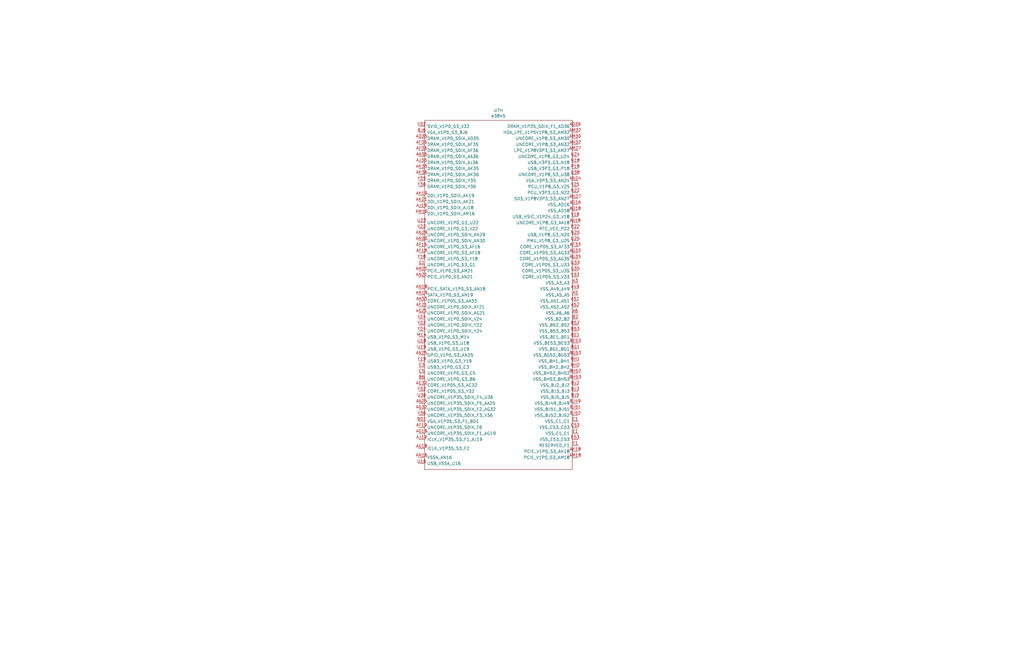
<source format=kicad_sch>
(kicad_sch (version 20231120) (generator "eeschema") (generator_version "8.0")
  (paper "B")
  (lib_symbols
    (symbol "intel_cpu:e3845" (pin_names (offset 1.016))
      (property "Reference" "U" (at 0 -1.27 0))
      (property "Value" "e3845" (at 0 -154.94 0))
      (symbol "e3845_1_1"
        (pin bidirectional line (at 22.86 -39.37 180) (length 2.54) (name "DRAM0_DQ_1313") (number "A33"))
        (pin bidirectional line (at 22.86 -34.29 180) (length 2.54) (name "DRAM0_DQ_1111") (number "A37"))
        (pin bidirectional line (at 22.86 -64.77 180) (length 2.54) (name "DRAM0_DQ_2424") (number "A41"))
        (pin bidirectional line (at 22.86 -69.85 180) (length 2.54) (name "DRAM0_DQ_2626") (number "A45"))
        (pin bidirectional line (at 22.86 -204.47 180) (length 2.54) (name "DRAM0_DQSN_77") (number "AA51"))
        (pin bidirectional line (at 22.86 -123.19 180) (length 2.54) (name "DARM0_DQ_4747") (number "AB40"))
        (pin input line (at -26.67 -148.59 0) (length 2.54) (name "DRAM_CORE_PWROK") (number "AB42"))
        (pin bidirectional line (at 22.86 -140.97 180) (length 2.54) (name "DRAM0_DQ_5454") (number "AB44"))
        (pin bidirectional line (at 22.86 -201.93 180) (length 2.54) (name "DRAM0_DQSP_77") (number "AB52"))
        (pin bidirectional line (at 22.86 -153.67 180) (length 2.54) (name "DRAM0_DQ_5959") (number "AC51"))
        (pin bidirectional line (at 22.86 -151.13 180) (length 2.54) (name "DRAM0_DQ_5858") (number "AC53"))
        (pin output line (at -25.4 -167.64 0) (length 2.54) (name "RESERVED_AD40") (number "AD40"))
        (pin output line (at -25.4 -170.18 0) (length 2.54) (name "RESERVED_AD41") (number "AD41"))
        (pin input line (at -26.67 -146.05 0) (length 2.54) (name "DRAM_VDD_S4_PWROK") (number "AD42"))
        (pin output line (at -25.4 -152.4 0) (length 2.54) (name "DRAM_RCOMP_00") (number "AD44"))
        (pin output line (at -25.4 -157.48 0) (length 2.54) (name "DRAM_RCOMP_22") (number "AD45"))
        (pin bidirectional line (at 22.86 -130.81 180) (length 2.54) (name "DRAM0_DQ_5050") (number "AD48"))
        (pin bidirectional line (at 22.86 -133.35 180) (length 2.54) (name "DRAM0_DQ_5151") (number "AD50"))
        (pin bidirectional line (at 22.86 -161.29 180) (length 2.54) (name "DRAM0_DQ_6262") (number "AD52"))
        (pin output line (at -25.4 -162.56 0) (length 2.54) (name "RESERVED_AF40") (number "AF40"))
        (pin output line (at -25.4 -165.1 0) (length 2.54) (name "RESERVED_AF41") (number "AF41"))
        (pin output line (at -26.67 -140.97 0) (length 2.54) (name "ICLK_DRAM_TERMN_AF42") (number "AF42"))
        (pin input line (at -25.4 -133.35 0) (length 2.54) (name "DRAM_VREF") (number "AF44"))
        (pin output line (at -25.4 -154.94 0) (length 2.54) (name "DRAM_RCOMP_11") (number "AF45"))
        (pin output line (at -26.67 -138.43 0) (length 2.54) (name "ICLK_DRAM_TERM_1") (number "AH42"))
        (pin bidirectional line (at 22.86 -26.67 180) (length 2.54) (name "DRAM0_DQ_88") (number "B32"))
        (pin bidirectional line (at 22.86 -173.99 180) (length 2.54) (name "DRAM0_DQSN_11") (number "B34"))
        (pin output line (at -25.4 -52.07 0) (length 2.54) (name "DRAM0_DM_11") (number "B36"))
        (pin bidirectional line (at 22.86 -44.45 180) (length 2.54) (name "DRAM0_DQ_1515") (number "B38"))
        (pin bidirectional line (at 22.86 -77.47 180) (length 2.54) (name "DRAM0_DQ_2929") (number "B40"))
        (pin output line (at -25.4 -57.15 0) (length 2.54) (name "DRAM0_DM_33") (number "B42"))
        (pin bidirectional line (at 22.86 -181.61 180) (length 2.54) (name "DRAM0_DQSP_33") (number "B44"))
        (pin bidirectional line (at 22.86 -72.39 180) (length 2.54) (name "DRAM0_DQ_2727") (number "B46"))
        (pin bidirectional line (at 22.86 -82.55 180) (length 2.54) (name "DRAM0_DQ_3131") (number "B47"))
        (pin bidirectional line (at 22.86 -80.01 180) (length 2.54) (name "DRAM0_DQ_3030") (number "B48"))
        (pin output line (at -25.4 -41.91 0) (length 2.54) (name "DRAM0_MA_1414") (number "B49"))
        (pin output line (at -25.4 -44.45 0) (length 2.54) (name "DRAM0_MA_1515") (number "B50"))
        (pin bidirectional line (at 22.86 -29.21 180) (length 2.54) (name "DRAM0_DQ09_C32") (number "C32"))
        (pin bidirectional line (at 22.86 -36.83 180) (length 2.54) (name "DRAM0_DQ_1212") (number "C33"))
        (pin bidirectional line (at 22.86 -171.45 180) (length 2.54) (name "DRAM0_DQSP_11") (number "C35"))
        (pin bidirectional line (at 22.86 -31.75 180) (length 2.54) (name "DRAM0_DQ_1010") (number "C36"))
        (pin bidirectional line (at 22.86 -41.91 180) (length 2.54) (name "DRAM0_DQ_1414") (number "C37"))
        (pin bidirectional line (at 22.86 -57.15 180) (length 2.54) (name "DRAM0_DQ_2121") (number "C38"))
        (pin bidirectional line (at 22.86 -74.93 180) (length 2.54) (name "DRAM0_DQ_2828") (number "C40"))
        (pin bidirectional line (at 22.86 -67.31 180) (length 2.54) (name "DRAM0_DQ_2525") (number "C41"))
        (pin bidirectional line (at 22.86 -184.15 180) (length 2.54) (name "DRAM0_DQSN_33") (number "C43"))
        (pin output line (at -25.4 -99.06 0) (length 2.54) (name "DRAM0_CKE_00") (number "C47"))
        (pin bidirectional line (at 22.86 -176.53 180) (length 2.54) (name "DRAM0_DQSP_22") (number "D40"))
        (pin bidirectional line (at 22.86 -62.23 180) (length 2.54) (name "DRAM0_DQ_2323") (number "D42"))
        (pin output line (at -25.4 -101.6 0) (length 2.54) (name "RESERVED_D48") (number "D48"))
        (pin output line (at -25.4 -24.13 0) (length 2.54) (name "DRAM0_MA_77") (number "D50"))
        (pin output line (at -25.4 -87.63 0) (length 2.54) (name "DRAM0_BS_22") (number "D52"))
        (pin output line (at -25.4 -106.68 0) (length 2.54) (name "RESERVED_E46") (number "E46"))
        (pin output line (at -25.4 -34.29 0) (length 2.54) (name "DRAM0_MA_1111") (number "E51"))
        (pin output line (at -25.4 -29.21 0) (length 2.54) (name "DRAM0_MA_99") (number "E52"))
        (pin bidirectional line (at 22.86 -46.99 180) (length 2.54) (name "DRAM0_DQ_1616") (number "F36"))
        (pin output line (at -25.4 -54.61 0) (length 2.54) (name "DRAM0_DM_22") (number "F38"))
        (pin bidirectional line (at 22.86 -179.07 180) (length 2.54) (name "DRAM0_DQSN_22") (number "F40"))
        (pin bidirectional line (at 22.86 -52.07 180) (length 2.54) (name "DRAM0_DQ_1919") (number "F42"))
        (pin output line (at -25.4 -104.14 0) (length 2.54) (name "DRAM0_CKE_22") (number "F44"))
        (pin output line (at -25.4 -36.83 0) (length 2.54) (name "DRAM0_MA_1212") (number "F47"))
        (pin output line (at -25.4 -49.53 0) (length 2.54) (name "DRAM0_DM_00") (number "G36"))
        (pin bidirectional line (at 22.86 -49.53 180) (length 2.54) (name "DRAM0_DQ_1717") (number "G38"))
        (pin bidirectional line (at 22.86 -54.61 180) (length 2.54) (name "DRAM0_DQ_2020") (number "G40"))
        (pin bidirectional line (at 22.86 -59.69 180) (length 2.54) (name "DRAM0_DQ_2222") (number "G44"))
        (pin output line (at -25.4 -26.67 0) (length 2.54) (name "DRAM0_MA_88") (number "G52"))
        (pin output line (at -25.4 -19.05 0) (length 2.54) (name "DRAM0_MA_55") (number "G53"))
        (pin output line (at -25.4 -13.97 0) (length 2.54) (name "DRAM0_MA_33") (number "H44"))
        (pin output line (at -25.4 -8.89 0) (length 2.54) (name "DRAM0_MA_11") (number "H47"))
        (pin output line (at -25.4 -21.59 0) (length 2.54) (name "DRAM0_MA_66") (number "H49"))
        (pin output line (at -25.4 -16.51 0) (length 2.54) (name "DRAM0_MA_44") (number "H50"))
        (pin output line (at -25.4 -77.47 0) (length 2.54) (name "~{DRAM0_WE}") (number "H51"))
        (pin bidirectional line (at 22.86 -8.89 180) (length 2.54) (name "DRAM0_DQ_11") (number "J36"))
        (pin bidirectional line (at 22.86 -166.37 180) (length 2.54) (name "DRAM0_DQSP_00") (number "J38"))
        (pin output line (at -25.4 -39.37 0) (length 2.54) (name "DRAM0_MA_1313") (number "J51"))
        (pin bidirectional line (at 22.86 -168.91 180) (length 2.54) (name "DRAM0_DQSN_00") (number "K38"))
        (pin bidirectional line (at 22.86 -21.59 180) (length 2.54) (name "DRAM0_DQ_66") (number "K40"))
        (pin bidirectional line (at 22.86 -24.13 180) (length 2.54) (name "DRAM0_DQ_77") (number "K42"))
        (pin output line (at -25.4 -85.09 0) (length 2.54) (name "DRAM0_BS_11") (number "K44"))
        (pin output line (at -25.4 -6.35 0) (length 2.54) (name "DRAM0_MA_00") (number "K45"))
        (pin output line (at -25.4 -82.55 0) (length 2.54) (name "DRAM0_BS_00") (number "K47"))
        (pin output line (at -25.4 -31.75 0) (length 2.54) (name "DRAM0_MA_1010") (number "K48"))
        (pin bidirectional line (at 22.86 -87.63 180) (length 2.54) (name "DRAM0_DQ_3333") (number "K51"))
        (pin bidirectional line (at 22.86 -85.09 180) (length 2.54) (name "DRAM0_DQ_3232") (number "K52"))
        (pin output line (at -25.4 -11.43 0) (length 2.54) (name "DRAM0_MA_22") (number "L41"))
        (pin bidirectional line (at 22.86 -95.25 180) (length 2.54) (name "DRAM0_DQ_3636") (number "L51"))
        (pin bidirectional line (at 22.86 -97.79 180) (length 2.54) (name "DRAM0_DQ_3737") (number "L53"))
        (pin bidirectional line (at 22.86 -6.35 180) (length 2.54) (name "DRAM0_DQ_00") (number "M36"))
        (pin bidirectional line (at 22.86 -13.97 180) (length 2.54) (name "DRAM0_DQ_33") (number "M40"))
        (pin output line (at -25.4 -74.93 0) (length 2.54) (name "~{DRAM0_CAS}") (number "M44"))
        (pin output line (at -25.4 -72.39 0) (length 2.54) (name "~{DRAM0_RAS}") (number "M45"))
        (pin output line (at -25.4 -119.38 0) (length 2.54) (name "DRAM0_CKN_0") (number "M48"))
        (pin output line (at -25.4 -116.84 0) (length 2.54) (name "DRAM0_CKP_0") (number "M50"))
        (pin bidirectional line (at 22.86 -189.23 180) (length 2.54) (name "DRAM0_DQSN_44") (number "M52"))
        (pin bidirectional line (at 22.86 -19.05 180) (length 2.54) (name "DRAM0_DQ_55") (number "N36"))
        (pin bidirectional line (at 22.86 -186.69 180) (length 2.54) (name "DRAM0_DQSP_44") (number "N53"))
        (pin bidirectional line (at 22.86 -16.51 180) (length 2.54) (name "DRAM0_DQ_44") (number "P36"))
        (pin bidirectional line (at 22.86 -11.43 180) (length 2.54) (name "DRAM0_DQ_22") (number "P40"))
        (pin output line (at -25.4 -129.54 0) (length 2.54) (name "~{DRAM0_DRAMRST}") (number "P41"))
        (pin output line (at -25.4 -113.03 0) (length 2.54) (name "DRAM0_ODT_2") (number "P42"))
        (pin output line (at -25.4 -92.71 0) (length 2.54) (name "~{DRAM0_CS_0}") (number "P44"))
        (pin output line (at -25.4 -95.25 0) (length 2.54) (name "~{DRAM0_CS_2}") (number "P45"))
        (pin output line (at -25.4 -125.73 0) (length 2.54) (name "DRAM0_CKN_2") (number "P48"))
        (pin output line (at -25.4 -123.19 0) (length 2.54) (name "DRAM0_CKP_2") (number "P50"))
        (pin output line (at -25.4 -59.69 0) (length 2.54) (name "DRAM0_DM_44") (number "P51"))
        (pin bidirectional line (at 22.86 -100.33 180) (length 2.54) (name "DRAM0_DQ_3838") (number "R51"))
        (pin bidirectional line (at 22.86 -102.87 180) (length 2.54) (name "DRAM0_DQ_3939") (number "R53"))
        (pin output line (at -25.4 -110.49 0) (length 2.54) (name "DRAM0_ODT_0") (number "T41"))
        (pin bidirectional line (at 22.86 -191.77 180) (length 2.54) (name "DRAM0_DQSP_55") (number "T42"))
        (pin bidirectional line (at 22.86 -194.31 180) (length 2.54) (name "DRAM0_DQSN_55") (number "T44"))
        (pin bidirectional line (at 22.86 -107.95 180) (length 2.54) (name "DRAM0_DQ_4141") (number "T45"))
        (pin bidirectional line (at 22.86 -105.41 180) (length 2.54) (name "DRAM0_DQ_4040") (number "T47"))
        (pin bidirectional line (at 22.86 -115.57 180) (length 2.54) (name "DRAM0_DQ_4444") (number "T48"))
        (pin bidirectional line (at 22.86 -118.11 180) (length 2.54) (name "DRAM0_DQ_4545") (number "T50"))
        (pin bidirectional line (at 22.86 -92.71 180) (length 2.54) (name "DRAM0_DQ_3535") (number "T51"))
        (pin bidirectional line (at 22.86 -90.17 180) (length 2.54) (name "DRAM0_DQ_3434") (number "T52"))
        (pin bidirectional line (at 22.86 -113.03 180) (length 2.54) (name "DRAM0_DQ_4343") (number "V41"))
        (pin output line (at -25.4 -62.23 0) (length 2.54) (name "DRAM0_DM_55") (number "V42"))
        (pin bidirectional line (at 22.86 -125.73 180) (length 2.54) (name "DRAM0_DQ_4848") (number "V45"))
        (pin bidirectional line (at 22.86 -128.27 180) (length 2.54) (name "DRAM0_DQ_4949") (number "V47"))
        (pin bidirectional line (at 22.86 -135.89 180) (length 2.54) (name "DRAM0_DQ_5252") (number "V48"))
        (pin bidirectional line (at 22.86 -138.43 180) (length 2.54) (name "DRAM0_DQ_5353") (number "V50"))
        (pin bidirectional line (at 22.86 -146.05 180) (length 2.54) (name "DRAM0_DQ_5656") (number "V52"))
        (pin bidirectional line (at 22.86 -148.59 180) (length 2.54) (name "DRAM0_DQ_5757") (number "W51"))
        (pin bidirectional line (at 22.86 -156.21 180) (length 2.54) (name "DRAM0_DQ_6060") (number "W53"))
        (pin bidirectional line (at 22.86 -110.49 180) (length 2.54) (name "DRAM0_DQ_4242") (number "Y40"))
        (pin bidirectional line (at 22.86 -120.65 180) (length 2.54) (name "DRAM0_DQ_4646") (number "Y42"))
        (pin bidirectional line (at 22.86 -143.51 180) (length 2.54) (name "DRAM0_DQ_5555") (number "Y45"))
        (pin bidirectional line (at 22.86 -196.85 180) (length 2.54) (name "DRAM0_DQSP_66") (number "Y47"))
        (pin bidirectional line (at 22.86 -199.39 180) (length 2.54) (name "DRAM0_DQSN_66") (number "Y48"))
        (pin output line (at -25.4 -64.77 0) (length 2.54) (name "DRAM0_DM_66") (number "Y50"))
        (pin bidirectional line (at 22.86 -158.75 180) (length 2.54) (name "DRAM0_DQ_6161") (number "Y51"))
        (pin output line (at -25.4 -67.31 0) (length 2.54) (name "DRAM0_DM_77") (number "Y52"))
      )
      (symbol "e3845_2_1"
        (pin bidirectional line (at 26.67 -133.35 180) (length 2.54) (name "DRAM1_DQ_5050") (number "AF48"))
        (pin bidirectional line (at 26.67 -135.89 180) (length 2.54) (name "DRAM1_DQ_5151") (number "AF50"))
        (pin bidirectional line (at 26.67 -166.37 180) (length 2.54) (name "DRAM1_DQ_6363") (number "AF51"))
        (pin bidirectional line (at 26.67 -163.83 180) (length 2.54) (name "DRAM1_DQ_6262") (number "AF52"))
        (pin bidirectional line (at 26.67 -156.21 180) (length 2.54) (name "DRAM1_DQ_5959") (number "AG51"))
        (pin bidirectional line (at 26.67 -153.67 180) (length 2.54) (name "DRAM1_DQ_5858") (number "AG53"))
        (pin bidirectional line (at 26.67 -125.73 180) (length 2.54) (name "DRAM1_DQ_4747") (number "AH40"))
        (pin bidirectional line (at 26.67 -143.51 180) (length 2.54) (name "DRAM1_DQ_5454") (number "AH44"))
        (pin bidirectional line (at 26.67 -207.01 180) (length 2.54) (name "DRAM1_DQSP_77") (number "AH52"))
        (pin bidirectional line (at 26.67 -209.55 180) (length 2.54) (name "DRAM1_DQSN_77") (number "AJ51"))
        (pin bidirectional line (at 26.67 -113.03 180) (length 2.54) (name "DRAM1_DQ_4242") (number "AK40"))
        (pin bidirectional line (at 26.67 -123.19 180) (length 2.54) (name "DRAM1_DQ_4646") (number "AK42"))
        (pin bidirectional line (at 26.67 -146.05 180) (length 2.54) (name "DRAM1_DQ_5555") (number "AK45"))
        (pin bidirectional line (at 26.67 -201.93 180) (length 2.54) (name "DRAM1_DQSP_66") (number "AK47"))
        (pin bidirectional line (at 26.67 -204.47 180) (length 2.54) (name "DRAM1_DQSN_66") (number "AK48"))
        (pin output line (at -33.02 -64.77 0) (length 2.54) (name "DRAM1_DM_66") (number "AK50"))
        (pin bidirectional line (at 26.67 -161.29 180) (length 2.54) (name "DRAM1_DQ_6161") (number "AK51"))
        (pin output line (at -33.02 -67.31 0) (length 2.54) (name "DRAM1_DM_77") (number "AK52"))
        (pin bidirectional line (at 26.67 -151.13 180) (length 2.54) (name "DRAM1_DQ_5757") (number "AL51"))
        (pin bidirectional line (at 26.67 -158.75 180) (length 2.54) (name "DRAM1_DQ_6060") (number "AL53"))
        (pin bidirectional line (at 26.67 -115.57 180) (length 2.54) (name "DRAM1_DQ_4343") (number "AM41"))
        (pin output line (at -33.02 -62.23 0) (length 2.54) (name "DRAM1_DM_55") (number "AM42"))
        (pin bidirectional line (at 26.67 -128.27 180) (length 2.54) (name "DRAM1_DQ_4848") (number "AM45"))
        (pin bidirectional line (at 26.67 -130.81 180) (length 2.54) (name "DRAM1_DQ_4949") (number "AM47"))
        (pin bidirectional line (at 26.67 -138.43 180) (length 2.54) (name "DRAM1_DQ_5252") (number "AM48"))
        (pin bidirectional line (at 26.67 -140.97 180) (length 2.54) (name "DRAM1_DQ_5353") (number "AM50"))
        (pin bidirectional line (at 26.67 -148.59 180) (length 2.54) (name "DRAM1_DQ_5656") (number "AM52"))
        (pin output line (at -33.02 -110.49 0) (length 2.54) (name "DRAM1_ODT_0") (number "AP41"))
        (pin bidirectional line (at 26.67 -196.85 180) (length 2.54) (name "DRAM1_DQSP_55") (number "AP42"))
        (pin bidirectional line (at 26.67 -199.39 180) (length 2.54) (name "DRAM1_DQSN_55") (number "AP44"))
        (pin bidirectional line (at 26.67 -110.49 180) (length 2.54) (name "DRAM1_DQ_4141") (number "AP45"))
        (pin bidirectional line (at 26.67 -107.95 180) (length 2.54) (name "DRAM1_DQ_4040") (number "AP47"))
        (pin bidirectional line (at 26.67 -118.11 180) (length 2.54) (name "DRAM1_DQ_4444") (number "AP48"))
        (pin bidirectional line (at 26.67 -120.65 180) (length 2.54) (name "DRAM1_DQ_4545") (number "AP50"))
        (pin bidirectional line (at 26.67 -95.25 180) (length 2.54) (name "DRAM1_DQ_3535") (number "AP51"))
        (pin bidirectional line (at 26.67 -92.71 180) (length 2.54) (name "DRAM1_DQ_3434") (number "AP52"))
        (pin bidirectional line (at 26.67 -102.87 180) (length 2.54) (name "DRAM1_DQ_3838") (number "AR51"))
        (pin bidirectional line (at 26.67 -105.41 180) (length 2.54) (name "DRAM1_DQ_3939") (number "AR53"))
        (pin bidirectional line (at 26.67 -49.53 180) (length 2.54) (name "DRAM1_DQ_1717") (number "AT36"))
        (pin bidirectional line (at 26.67 -54.61 180) (length 2.54) (name "DRAM1_DQ_1919") (number "AT40"))
        (pin output line (at -33.02 -129.54 0) (length 2.54) (name "~{DRAM1_DRAMRST}") (number "AT41"))
        (pin output line (at -33.02 -113.03 0) (length 2.54) (name "DRAM1_ODT_2") (number "AT42"))
        (pin output line (at -33.02 -91.44 0) (length 2.54) (name "~{DRAM1_CS_0}") (number "AT44"))
        (pin output line (at -33.02 -95.25 0) (length 2.54) (name "~{DRAM1_CS_2}") (number "AT45"))
        (pin output line (at -33.02 -125.73 0) (length 2.54) (name "DRAM1_CKN_2") (number "AT48"))
        (pin output line (at -33.02 -123.19 0) (length 2.54) (name "DRAM1_CKP_2") (number "AT50"))
        (pin output line (at -33.02 -59.69 0) (length 2.54) (name "DRAM1_DM_44") (number "AT51"))
        (pin bidirectional line (at 26.67 -46.99 180) (length 2.54) (name "DRAM1_DQ_1616") (number "AU36"))
        (pin bidirectional line (at 26.67 -191.77 180) (length 2.54) (name "DRAM1_DQSP_44") (number "AU53"))
        (pin bidirectional line (at 26.67 -59.69 180) (length 2.54) (name "DRAM1_DQ_2121") (number "AV36"))
        (pin bidirectional line (at 26.67 -52.07 180) (length 2.54) (name "DRAM1_DQ_1818") (number "AV40"))
        (pin output line (at -33.02 -74.93 0) (length 2.54) (name "~{DRAM1_CAS}") (number "AV44"))
        (pin output line (at -33.02 -72.39 0) (length 2.54) (name "~{DRAM1_RAS}") (number "AV45"))
        (pin output line (at -33.02 -119.38 0) (length 2.54) (name "DRAM1_CKN_0") (number "AV48"))
        (pin output line (at -33.02 -116.84 0) (length 2.54) (name "DRAM1_CKP_0") (number "AV50"))
        (pin bidirectional line (at 26.67 -194.31 180) (length 2.54) (name "DRAM1_DQSN_44") (number "AV53"))
        (pin output line (at -33.02 -11.43 0) (length 2.54) (name "DRAM1_MA_22") (number "AW41"))
        (pin bidirectional line (at 26.67 -97.79 180) (length 2.54) (name "DRAM1_DQ_3636") (number "AW51"))
        (pin bidirectional line (at 26.67 -100.33 180) (length 2.54) (name "DRAM1_DQ_3737") (number "AW53"))
        (pin bidirectional line (at 26.67 -184.15 180) (length 2.54) (name "DRAM1_DQSN_22") (number "AY38"))
        (pin bidirectional line (at 26.67 -64.77 180) (length 2.54) (name "DRAM1_DQ_2323") (number "AY40"))
        (pin bidirectional line (at 26.67 -62.23 180) (length 2.54) (name "DRAM1_DQ_2222") (number "AY42"))
        (pin output line (at -33.02 -85.09 0) (length 2.54) (name "DRAM1_BS_11") (number "AY44"))
        (pin output line (at -33.02 -6.35 0) (length 2.54) (name "DRAM1_MA_00") (number "AY45"))
        (pin output line (at -33.02 -82.55 0) (length 2.54) (name "DRAM1_BS_00") (number "AY47"))
        (pin output line (at -33.02 -31.75 0) (length 2.54) (name "DRAM1_MA_1010") (number "AY48"))
        (pin bidirectional line (at 26.67 -90.17 180) (length 2.54) (name "DRAM1_DQ_3333") (number "AY51"))
        (pin bidirectional line (at 26.67 -87.63 180) (length 2.54) (name "DRAM1_DQ_3232") (number "AY52"))
        (pin bidirectional line (at 26.67 -57.15 180) (length 2.54) (name "DRAM1_DQ_2020") (number "BA36"))
        (pin bidirectional line (at 26.67 -181.61 180) (length 2.54) (name "DRAM1_DQSP_22") (number "BA38"))
        (pin bidirectional line (at 26.67 -11.43 180) (length 2.54) (name "DRAM1_DQ_22") (number "BA42"))
        (pin output line (at -33.02 -39.37 0) (length 2.54) (name "DRAM1_MA_1313") (number "BA51"))
        (pin output line (at -33.02 -13.97 0) (length 2.54) (name "DRAM1_MA_33") (number "BB44"))
        (pin output line (at -33.02 -8.89 0) (length 2.54) (name "DRAM1_MA_11") (number "BB47"))
        (pin output line (at -33.02 -21.59 0) (length 2.54) (name "DRAM1_MA_66") (number "BB49"))
        (pin output line (at -33.02 -16.51 0) (length 2.54) (name "DRAM1_MA_44") (number "BB50"))
        (pin output line (at -33.02 -77.47 0) (length 2.54) (name "~{DRAM1_WE}") (number "BB51"))
        (pin output line (at -33.02 -54.61 0) (length 2.54) (name "DRAM1_DM_22") (number "BC36"))
        (pin bidirectional line (at 26.67 -16.51 180) (length 2.54) (name "DRAM1_DQ_44") (number "BC38"))
        (pin bidirectional line (at 26.67 -8.89 180) (length 2.54) (name "DRAM1_DQ_11") (number "BC40"))
        (pin bidirectional line (at 26.67 -24.13 180) (length 2.54) (name "DRAM1_DQ_77") (number "BC44"))
        (pin output line (at -33.02 -26.67 0) (length 2.54) (name "DRAM1_MA_88") (number "BC52"))
        (pin output line (at -33.02 -19.05 0) (length 2.54) (name "DRAM1_MA_55") (number "BC53"))
        (pin bidirectional line (at 26.67 -19.05 180) (length 2.54) (name "DRAM1_DQ_55") (number "BD36"))
        (pin output line (at -33.02 -49.53 0) (length 2.54) (name "DRAM1_DM_00") (number "BD38"))
        (pin bidirectional line (at 26.67 -173.99 180) (length 2.54) (name "DRAM1_DQSN_00") (number "BD40"))
        (pin bidirectional line (at 26.67 -13.97 180) (length 2.54) (name "DRAM1_DQ_33") (number "BD42"))
        (pin output line (at -33.02 -104.14 0) (length 2.54) (name "DRAM1_CKE_22") (number "BD44"))
        (pin output line (at -33.02 -36.83 0) (length 2.54) (name "DRAM1_MA_1212") (number "BD47"))
        (pin output line (at -33.02 -101.6 0) (length 2.54) (name "RESERVED_BE46") (number "BE46"))
        (pin output line (at -33.02 -34.29 0) (length 2.54) (name "DRAM1_MA_1111") (number "BE51"))
        (pin output line (at -33.02 -29.21 0) (length 2.54) (name "DRAM1_MA_99") (number "BE52"))
        (pin bidirectional line (at 26.67 -171.45 180) (length 2.54) (name "DRAM1_DQSP_00") (number "BF40"))
        (pin bidirectional line (at 26.67 -21.59 180) (length 2.54) (name "DRAM1_DQ_66") (number "BF42"))
        (pin output line (at -33.02 -106.68 0) (length 2.54) (name "RESERVED_BF48") (number "BF48"))
        (pin output line (at -33.02 -24.13 0) (length 2.54) (name "DRAM1_MA_77") (number "BF50"))
        (pin output line (at -33.02 -87.63 0) (length 2.54) (name "DRAM1_BS_22") (number "BF52"))
        (pin bidirectional line (at 26.67 -29.21 180) (length 2.54) (name "DRAM1_DQ_99") (number "BG32"))
        (pin bidirectional line (at 26.67 -36.83 180) (length 2.54) (name "DRAM1_DQ_1212") (number "BG33"))
        (pin bidirectional line (at 26.67 -176.53 180) (length 2.54) (name "DRAM1_DQSP_11") (number "BG35"))
        (pin bidirectional line (at 26.67 -31.75 180) (length 2.54) (name "DRAM1_DQ_1010") (number "BG36"))
        (pin bidirectional line (at 26.67 -41.91 180) (length 2.54) (name "DRAM1_DQ_1414") (number "BG37"))
        (pin bidirectional line (at 26.67 -6.35 180) (length 2.54) (name "DRAM1_DQ_00") (number "BG38"))
        (pin bidirectional line (at 26.67 -77.47 180) (length 2.54) (name "DRAM1_DQ_2828") (number "BG40"))
        (pin bidirectional line (at 26.67 -69.85 180) (length 2.54) (name "DRAM1_DQ_2525") (number "BG41"))
        (pin bidirectional line (at 26.67 -189.23 180) (length 2.54) (name "DRAM1_DQSN_33") (number "BG43"))
        (pin output line (at -33.02 -99.06 0) (length 2.54) (name "DRAM1_CKE_00") (number "BG47"))
        (pin bidirectional line (at 26.67 -26.67 180) (length 2.54) (name "DRAM1_DQ_88") (number "BH32"))
        (pin bidirectional line (at 26.67 -179.07 180) (length 2.54) (name "DRAM1_DQSN_11") (number "BH34"))
        (pin output line (at -33.02 -52.07 0) (length 2.54) (name "DRAM1_DM_11") (number "BH36"))
        (pin bidirectional line (at 26.67 -44.45 180) (length 2.54) (name "DRAM1_DQ_1515") (number "BH38"))
        (pin bidirectional line (at 26.67 -80.01 180) (length 2.54) (name "DRAM1_DQ_2929") (number "BH40"))
        (pin output line (at -33.02 -57.15 0) (length 2.54) (name "DRAM1_DM_33") (number "BH42"))
        (pin bidirectional line (at 26.67 -186.69 180) (length 2.54) (name "DRAM1_DQSP_33") (number "BH44"))
        (pin bidirectional line (at 26.67 -74.93 180) (length 2.54) (name "DRAM1_DQ_2727") (number "BH46"))
        (pin bidirectional line (at 26.67 -85.09 180) (length 2.54) (name "DRAM1_DQ_3131") (number "BH47"))
        (pin bidirectional line (at 26.67 -82.55 180) (length 2.54) (name "DRAM1_DQ_3030") (number "BH48"))
        (pin output line (at -33.02 -41.91 0) (length 2.54) (name "DRAM1_MA_1414") (number "BH49"))
        (pin output line (at -33.02 -44.45 0) (length 2.54) (name "DRAM1_MA_1515") (number "BH50"))
        (pin bidirectional line (at 26.67 -39.37 180) (length 2.54) (name "DRAM1_DQ_1313") (number "BJ33"))
        (pin bidirectional line (at 26.67 -34.29 180) (length 2.54) (name "DRAM1_DQ_1111") (number "BJ37"))
        (pin bidirectional line (at 26.67 -67.31 180) (length 2.54) (name "DRAM1_DQ_2424") (number "BJ41"))
        (pin bidirectional line (at 26.67 -72.39 180) (length 2.54) (name "DRAM1_DQ_2626") (number "BJ45"))
      )
      (symbol "e3845_3_1"
        (pin input line (at -25.4 -120.65 0) (length 2.54) (name "RESERVED_A29") (number "A29"))
        (pin input line (at 26.67 -102.87 180) (length 2.54) (name "RESERVED_AB12") (number "AB12"))
        (pin input line (at 26.67 -100.33 180) (length 2.54) (name "RESERVED_AB13") (number "AB13"))
        (pin input line (at -25.4 -125.73 0) (length 2.54) (name "RESERVED_AB14") (number "AB14"))
        (pin input line (at -25.4 -77.47 0) (length 2.54) (name "RESERVED_AB2") (number "AB2"))
        (pin input line (at -25.4 -74.93 0) (length 2.54) (name "RESERVED_AB3") (number "AB3"))
        (pin input line (at -25.4 -107.95 0) (length 2.54) (name "RESERVED_AB7") (number "AB7"))
        (pin input line (at -25.4 -105.41 0) (length 2.54) (name "RESERVED_AB9") (number "AB9"))
        (pin output line (at 26.67 -22.86 180) (length 2.54) (name "DDI1_TXN_3") (number "AC1"))
        (pin output line (at 26.67 -20.32 180) (length 2.54) (name "DDI1_TXP_3") (number "AC3"))
        (pin output line (at 26.67 -17.78 180) (length 2.54) (name "DDI1_TXN_2") (number "AD2"))
        (pin output line (at 26.67 -15.24 180) (length 2.54) (name "DDI1_TXP_2") (number "AD3"))
        (pin input line (at -25.4 -102.87 0) (length 2.54) (name "RESERVED_AD4") (number "AD4"))
        (pin input line (at -25.4 -100.33 0) (length 2.54) (name "RESERVED_AD6") (number "AD6"))
        (pin input line (at 26.67 -59.69 180) (length 2.54) (name "RESERVED_AF13") (number "AF13"))
        (pin input line (at 26.67 -57.15 180) (length 2.54) (name "RESERVED_AF14") (number "AF14"))
        (pin output line (at 26.67 -12.7 180) (length 2.54) (name "DDI1_TXN_1") (number "AF2"))
        (pin output line (at 26.67 -10.16 180) (length 2.54) (name "DDI1_TXP_1") (number "AF3"))
        (pin output line (at 26.67 -7.62 180) (length 2.54) (name "DDI1_TXN_0") (number "AG1"))
        (pin output line (at 26.67 -5.08 180) (length 2.54) (name "DDI1_TXP_0") (number "AG3"))
        (pin input line (at 26.67 -54.61 180) (length 2.54) (name "RESERVED_AH13") (number "AH13"))
        (pin input line (at 26.67 -52.07 180) (length 2.54) (name "RESERVED_AH14") (number "AH14"))
        (pin input line (at 26.67 -64.77 180) (length 2.54) (name "RESERVED_VSS3") (number "AH2"))
        (pin input line (at 26.67 -62.23 180) (length 2.54) (name "RESERVED_VSS2") (number "AH3"))
        (pin input line (at -25.4 -54.61 0) (length 2.54) (name "DDI0_RCOMP_P") (number "AK12"))
        (pin input line (at -25.4 -52.07 0) (length 2.54) (name "~{DDI0_RCOMP}") (number "AK13"))
        (pin bidirectional line (at 26.67 -29.21 180) (length 2.54) (name "DDI1_AUXN") (number "AK2"))
        (pin bidirectional line (at 26.67 -26.67 180) (length 2.54) (name "DDI1_AUXP") (number "AK3"))
        (pin bidirectional line (at -25.4 -29.21 0) (length 2.54) (name "DDI0_AUXN") (number "AL1"))
        (pin bidirectional line (at -25.4 -26.67 0) (length 2.54) (name "DDI0_AUXP") (number "AL3"))
        (pin input line (at -25.4 -59.69 0) (length 2.54) (name "RESERVED_AM13") (number "AM13"))
        (pin input line (at -25.4 -57.15 0) (length 2.54) (name "RESERVED_AM14") (number "AM14"))
        (pin input line (at -25.4 -64.77 0) (length 2.54) (name "RESERVED_VSS1") (number "AM2"))
        (pin input line (at -25.4 -62.23 0) (length 2.54) (name "RESERVED_VSS0") (number "AM3"))
        (pin output line (at -25.4 -22.86 0) (length 2.54) (name "DDI0_TXN_3") (number "AP2"))
        (pin output line (at -25.4 -20.32 0) (length 2.54) (name "DDI0_TXP_3") (number "AP3"))
        (pin output line (at -25.4 -17.78 0) (length 2.54) (name "DDI0_TXN_2") (number "AR1"))
        (pin output line (at -25.4 -15.24 0) (length 2.54) (name "DDI0_TXP_2") (number "AR3"))
        (pin output line (at -25.4 -10.16 0) (length 2.54) (name "DDI0_TXP_1") (number "AT2"))
        (pin output line (at -25.4 -12.7 0) (length 2.54) (name "DDI0_TXN_1") (number "AT3"))
        (pin output line (at -25.4 -7.62 0) (length 2.54) (name "DDI0_TXN_0") (number "AV2"))
        (pin output line (at -25.4 -5.08 0) (length 2.54) (name "DDI0_TXP_0") (number "AV3"))
        (pin input line (at 26.67 -76.2 180) (length 2.54) (name "VGA_IREF") (number "AW1"))
        (pin output line (at 26.67 -71.12 180) (length 2.54) (name "VGA_BLUE") (number "AY2"))
        (pin input line (at 26.67 -78.74 180) (length 2.54) (name "VGA_IRTN") (number "AY3"))
        (pin output line (at -25.4 -48.26 0) (length 2.54) (name "DDI0_BKLTCTL") (number "B26"))
        (pin output line (at -25.4 -43.18 0) (length 2.54) (name "DDI0_VDDEN") (number "B28"))
        (pin input line (at -25.4 -128.27 0) (length 2.54) (name "GPIO_S0_NC12") (number "B30"))
        (pin output line (at 26.67 -73.66 180) (length 2.54) (name "VGA_GREEN") (number "BA1"))
        (pin output line (at 26.67 -68.58 180) (length 2.54) (name "VGA_RED") (number "BA3"))
        (pin bidirectional line (at 26.67 -88.9 180) (length 2.54) (name "VGA_DDCCLK") (number "BC1"))
        (pin bidirectional line (at 26.67 -91.44 180) (length 2.54) (name "VGA_DDCDATA") (number "BC2"))
        (pin output line (at 26.67 -82.55 180) (length 2.54) (name "VGA_HSYNC") (number "BD2"))
        (pin output line (at 26.67 -85.09 180) (length 2.54) (name "VGA_VSYNC") (number "BF2"))
        (pin bidirectional line (at -25.4 -36.83 0) (length 2.54) (name "DDI0_DDCDATA") (number "C26"))
        (pin output line (at -25.4 -45.72 0) (length 2.54) (name "DDI0_BKLTEN") (number "C27"))
        (pin input line (at -25.4 -39.37 0) (length 2.54) (name "DDI0_DDCCLK") (number "C28"))
        (pin input line (at -25.4 -123.19 0) (length 2.54) (name "RESERVED_C29") (number "C29"))
        (pin input line (at -25.4 -130.81 0) (length 2.54) (name "RESERVED_C30") (number "C30"))
        (pin input line (at -25.4 -33.02 0) (length 2.54) (name "DDI0_HPD") (number "D27"))
        (pin input line (at 26.67 -162.56 180) (length 2.54) (name "RESERVED_D28") (number "D28"))
        (pin input line (at 26.67 -142.24 180) (length 2.54) (name "RESERVED_D32") (number "D32"))
        (pin input line (at 26.67 -157.48 180) (length 2.54) (name "RESERVED_D34") (number "D34"))
        (pin input line (at 26.67 -152.4 180) (length 2.54) (name "RESERVED_F28") (number "F28"))
        (pin input line (at 26.67 -154.94 180) (length 2.54) (name "RESERVED_F32") (number "F32"))
        (pin input line (at 26.67 -167.64 180) (length 2.54) (name "RESERVED_F34") (number "F34"))
        (pin bidirectional line (at 26.67 -39.37 180) (length 2.54) (name "DDI1_DDCCLK") (number "G30"))
        (pin input line (at 26.67 -160.02 180) (length 2.54) (name "RESERVED_J28") (number "J28"))
        (pin output line (at 26.67 -45.72 180) (length 2.54) (name "DDI1_BKLTEN") (number "J30"))
        (pin input line (at 26.67 -147.32 180) (length 2.54) (name "RESERVED_J34") (number "J34"))
        (pin input line (at 26.67 -149.86 180) (length 2.54) (name "RESERVED_K28") (number "K28"))
        (pin input line (at 26.67 -33.02 180) (length 2.54) (name "DDI1_HPD") (number "K30"))
        (pin input line (at 26.67 -139.7 180) (length 2.54) (name "RESERVED_K34") (number "K34"))
        (pin output line (at 26.67 -48.26 180) (length 2.54) (name "DDI1_BKLTCTL") (number "M30"))
        (pin input line (at 26.67 -165.1 180) (length 2.54) (name "RESERVED_M32") (number "M32"))
        (pin output line (at 26.67 -43.18 180) (length 2.54) (name "DDI1_VDDEN") (number "N30"))
        (pin input line (at 26.67 -144.78 180) (length 2.54) (name "RESERVED_N32") (number "N32"))
        (pin input line (at 26.67 -135.89 180) (length 2.54) (name "RESERVED_P14") (number "P14"))
        (pin bidirectional line (at 26.67 -36.83 180) (length 2.54) (name "DDI1_DDCDATA") (number "P30"))
        (pin input line (at -25.4 -97.79 0) (length 2.54) (name "RESERVED_R1") (number "R1"))
        (pin input line (at -25.4 -95.25 0) (length 2.54) (name "RESERVED_R3") (number "R3"))
        (pin input line (at 26.67 -118.11 180) (length 2.54) (name "RESERVED_T10") (number "T10"))
        (pin input line (at 26.67 -115.57 180) (length 2.54) (name "RESERVED_T12") (number "T12"))
        (pin input line (at 26.67 -128.27 180) (length 2.54) (name "RESERVED_T13") (number "T13"))
        (pin input line (at 26.67 -125.73 180) (length 2.54) (name "RESERVED_T14") (number "T14"))
        (pin input line (at -25.4 -69.85 0) (length 2.54) (name "RESERVED_T2") (number "T2"))
        (pin input line (at -25.4 -72.39 0) (length 2.54) (name "RESERVED_T3") (number "T3"))
        (pin input line (at 26.67 -133.35 180) (length 2.54) (name "RESERVED_T4") (number "T4"))
        (pin input line (at 26.67 -130.81 180) (length 2.54) (name "RESERVED_T6") (number "T6"))
        (pin input line (at 26.67 -95.25 180) (length 2.54) (name "RESERVED_T7") (number "T7"))
        (pin input line (at 26.67 -97.79 180) (length 2.54) (name "RESERVED_T9") (number "T9"))
        (pin input line (at 26.67 -110.49 180) (length 2.54) (name "RESERVED_V10") (number "V10"))
        (pin input line (at 26.67 -123.19 180) (length 2.54) (name "RESERVED_V13") (number "V13"))
        (pin input line (at 26.67 -120.65 180) (length 2.54) (name "RESERVED_V14") (number "V14"))
        (pin input line (at -25.4 -90.17 0) (length 2.54) (name "RESERVED_V2") (number "V2"))
        (pin input line (at -25.4 -92.71 0) (length 2.54) (name "RESERVED_V3") (number "V3"))
        (pin input line (at -25.4 -115.57 0) (length 2.54) (name "RESERVED_V4") (number "V4"))
        (pin input line (at -25.4 -118.11 0) (length 2.54) (name "RESERVED_V6") (number "V6"))
        (pin input line (at 26.67 -113.03 180) (length 2.54) (name "RESERVED_V9") (number "V9"))
        (pin input line (at -25.4 -87.63 0) (length 2.54) (name "RESERVED_W1") (number "W1"))
        (pin input line (at -25.4 -85.09 0) (length 2.54) (name "RESERVED_W3") (number "W3"))
        (pin input line (at 26.67 -105.41 180) (length 2.54) (name "RESERVED_Y12") (number "Y12"))
        (pin input line (at 26.67 -107.95 180) (length 2.54) (name "RESERVED_Y13") (number "Y13"))
        (pin input line (at -25.4 -82.55 0) (length 2.54) (name "RESERVED_Y2") (number "Y2"))
        (pin input line (at -25.4 -80.01 0) (length 2.54) (name "RESERVED_Y3") (number "Y3"))
        (pin input line (at -25.4 -110.49 0) (length 2.54) (name "RESERVED_Y4") (number "Y4"))
        (pin input line (at -25.4 -113.03 0) (length 2.54) (name "RESERVED_Y6") (number "Y6"))
      )
      (symbol "e3845_4_1"
        (pin input line (at 29.21 -142.24 180) (length 2.54) (name "RESERVED_AK7") (number "AK7"))
        (pin input line (at 29.21 -139.7 180) (length 2.54) (name "RESERVED_AK9") (number "AK9"))
        (pin input line (at 29.21 -44.45 180) (length 2.54) (name "PCIE_RXN_2") (number "AP10"))
        (pin input line (at 29.21 -41.91 180) (length 2.54) (name "PCIE_RXP_2") (number "AP12"))
        (pin input line (at 29.21 -83.82 180) (length 2.54) (name "PCIE_RCOMP_N_AP13_AP13") (number "AP13"))
        (pin input line (at 29.21 -81.28 180) (length 2.54) (name "PCIE_RCOMP_P_AP14_AP14") (number "AP14"))
        (pin output line (at 29.21 -48.26 180) (length 2.54) (name "PCIE_TXP_3") (number "AP6"))
        (pin input line (at 29.21 -57.15 180) (length 2.54) (name "PCIE_RXN_3") (number "AP7"))
        (pin output line (at 29.21 -50.8 180) (length 2.54) (name "PCIE_TXN_3") (number "AP7"))
        (pin input line (at 29.21 -54.61 180) (length 2.54) (name "PCIE_RXP_3") (number "AP9"))
        (pin input line (at 29.21 -29.21 180) (length 2.54) (name "PCIE_RXP_1") (number "AT10"))
        (pin input line (at 29.21 -19.05 180) (length 2.54) (name "PCIE_RXN_0") (number "AT13"))
        (pin input line (at 29.21 -16.51 180) (length 2.54) (name "PCIE_RXP_0") (number "AT14"))
        (pin bidirectional line (at -25.4 -60.96 0) (length 2.54) (name "MMC1_D3") (number "AT20"))
        (pin output line (at -25.4 -49.53 0) (length 2.54) (name "MMC1_CLK") (number "AT22"))
        (pin bidirectional line (at -25.4 -68.58 0) (length 2.54) (name "MCC1_D6") (number "AT26"))
        (pin bidirectional line (at -25.4 -104.14 0) (length 2.54) (name "SD3_D0") (number "AT28"))
        (pin output line (at 29.21 -38.1 180) (length 2.54) (name "PCIE_TXN_2") (number "AT6"))
        (pin output line (at 29.21 -35.56 180) (length 2.54) (name "PCIE_TXP_2") (number "AT7"))
        (pin input line (at 29.21 -31.75 180) (length 2.54) (name "PCIE_RXN_1") (number "AT9"))
        (pin input line (at -25.4 -15.24 0) (length 2.54) (name "SATA_RXP_0") (number "AU16"))
        (pin bidirectional line (at -25.4 -71.12 0) (length 2.54) (name "MCC1_D7") (number "AU20"))
        (pin bidirectional line (at -25.4 -55.88 0) (length 2.54) (name "MMC1_D1") (number "AU22"))
        (pin bidirectional line (at -25.4 -66.04 0) (length 2.54) (name "MCC1_D5") (number "AU26"))
        (pin bidirectional line (at -25.4 -109.22 0) (length 2.54) (name "SD3_D2") (number "AU28"))
        (pin input line (at 29.21 -92.71 180) (length 2.54) (name "RESERVED_AV10") (number "AV10"))
        (pin input line (at -25.4 -17.78 0) (length 2.54) (name "SATA_RXN_0") (number "AV16"))
        (pin bidirectional line (at -25.4 -53.34 0) (length 2.54) (name "MCC1_D0") (number "AV20"))
        (pin bidirectional line (at -25.4 -58.42 0) (length 2.54) (name "MMC1_D2") (number "AV22"))
        (pin bidirectional line (at -25.4 -74.93 0) (length 2.54) (name "MMC1_CMD") (number "AV26"))
        (pin bidirectional line (at -25.4 -116.84 0) (length 2.54) (name "SD3_CMD") (number "AV28"))
        (pin output line (at 29.21 -25.4 180) (length 2.54) (name "PCIE_TXN_1") (number "AV4"))
        (pin output line (at 29.21 -22.86 180) (length 2.54) (name "PCIE_TXP_1") (number "AV6"))
        (pin input line (at 29.21 -95.25 180) (length 2.54) (name "RESERVED_AV9") (number "AV9"))
        (pin output line (at -25.4 -45.72 0) (length 2.54) (name "~{SATA_LED}") (number "AY12"))
        (pin input line (at -25.4 -43.18 0) (length 2.54) (name "SATA_GP1") (number "AY14"))
        (pin input line (at -25.4 -27.94 0) (length 2.54) (name "SATA_RXP_1") (number "AY16"))
        (pin output line (at -25.4 -81.28 0) (length 2.54) (name "MMC1_RCOMP") (number "AY18"))
        (pin bidirectional line (at -25.4 -87.63 0) (length 2.54) (name "SD2_D0") (number "AY20"))
        (pin bidirectional line (at -25.4 -63.5 0) (length 2.54) (name "MMC1_D4") (number "AY24"))
        (pin output line (at -25.4 -101.6 0) (length 2.54) (name "SD3_CLK") (number "AY26"))
        (pin output line (at 29.21 -11.43 180) (length 2.54) (name "PCIE_TXN_0") (number "AY6"))
        (pin output line (at 29.21 -8.89 180) (length 2.54) (name "PCIE_TXP_0") (number "AY7"))
        (pin input line (at -25.4 -40.64 0) (length 2.54) (name "SATA_GP0") (number "BA12"))
        (pin input line (at -25.4 -30.48 0) (length 2.54) (name "SATA_RXN_1") (number "BA16"))
        (pin output line (at -25.4 -85.09 0) (length 2.54) (name "SD2_CLK") (number "BA18"))
        (pin bidirectional line (at -25.4 -92.71 0) (length 2.54) (name "SD2_D2") (number "BA20"))
        (pin output line (at -25.4 -77.47 0) (length 2.54) (name "MMC1_RST") (number "BA24"))
        (pin bidirectional line (at -25.4 -111.76 0) (length 2.54) (name "SD3_D3") (number "BA26"))
        (pin output line (at 29.21 -125.73 180) (length 2.54) (name "LPE_I2S2_FRM") (number "BA30"))
        (pin input line (at -25.4 -34.29 0) (length 2.54) (name "RESERVED_VSS4") (number "BB10"))
        (pin input line (at 29.21 -90.17 180) (length 2.54) (name "RESERVED_BB3") (number "BB3"))
        (pin input line (at 29.21 -87.63 180) (length 2.54) (name "RESERVED_BB4") (number "BB4"))
        (pin output line (at 29.21 -60.96 180) (length 2.54) (name "RESERVED_VSS6") (number "BB5"))
        (pin output line (at 29.21 -63.5 180) (length 2.54) (name "RESERVED_VSS7") (number "BB7"))
        (pin input line (at -25.4 -36.83 0) (length 2.54) (name "RESERVED_VSS5") (number "BC10"))
        (pin bidirectional line (at -25.4 -97.79 0) (length 2.54) (name "SD2_CMD") (number "BC18"))
        (pin input line (at -25.4 -114.3 0) (length 2.54) (name "SD3_CD#") (number "BC24"))
        (pin output line (at 29.21 -128.27 180) (length 2.54) (name "LPE_I2S2_DATAOUT") (number "BC30"))
        (pin output line (at -25.4 -21.59 0) (length 2.54) (name "SATA_TXP_1") (number "BD10"))
        (pin bidirectional line (at -25.4 -95.25 0) (length 2.54) (name "~{SD2_D3_CD}") (number "BD18"))
        (pin bidirectional line (at -25.4 -90.17 0) (length 2.54) (name "SD2_D1") (number "BD20"))
        (pin output line (at -25.4 -121.92 0) (length 2.54) (name "SD3_PWREN") (number "BD22"))
        (pin bidirectional line (at -25.4 -106.68 0) (length 2.54) (name "SD3_D1") (number "BD26"))
        (pin input line (at 29.21 -130.81 180) (length 2.54) (name "LPE_I2S2_DATAIN") (number "BD28"))
        (pin input line (at 29.21 -77.47 180) (length 2.54) (name "SD3_WP_BD5") (number "BD5"))
        (pin input line (at 29.21 -69.85 180) (length 2.54) (name "PCIE_CLKREQ_1") (number "BD7"))
        (pin input line (at 29.21 -74.93 180) (length 2.54) (name "PCIE_CLKREQ_3") (number "BE3"))
        (pin output line (at -25.4 -24.13 0) (length 2.54) (name "SATA_TXN_1") (number "BF10"))
        (pin input line (at 29.21 -99.06 180) (length 2.54) (name "HDA_LPE_RCOMP") (number "BF20"))
        (pin output line (at -25.4 -119.38 0) (length 2.54) (name "SD3_1P8EN") (number "BF22"))
        (pin output line (at -25.4 -125.73 0) (length 2.54) (name "SD3_RCOMP") (number "BF26"))
        (pin input line (at 29.21 -123.19 180) (length 2.54) (name "LPE_I2S2_CLK") (number "BF28"))
        (pin output line (at -25.4 -8.89 0) (length 2.54) (name "SATA_TXP_0") (number "BF6"))
        (pin bidirectional line (at 29.21 -119.38 180) (length 2.54) (name "GPIO_S0_SC_15") (number "BG18"))
        (pin input line (at 29.21 -111.76 180) (length 2.54) (name "HDA_SDI0") (number "BG19"))
        (pin input line (at 29.21 -109.22 180) (length 2.54) (name "HDA_SDO") (number "BG20"))
        (pin input line (at 29.21 -114.3 180) (length 2.54) (name "HDA_SDI1") (number "BG21"))
        (pin input line (at 29.21 -101.6 180) (length 2.54) (name "~{HDA_RST}") (number "BG22"))
        (pin input line (at 29.21 -67.31 180) (length 2.54) (name "PCIE_CLKREQ_0") (number "BG3"))
        (pin input line (at 29.21 -72.39 180) (length 2.54) (name "PCIE_CLKREQ_2") (number "BG5"))
        (pin output line (at -25.4 -11.43 0) (length 2.54) (name "SATA_TXN_0") (number "BG7"))
        (pin bidirectional line (at 29.21 -116.84 180) (length 2.54) (name "GPIO_S0_SC_14") (number "BH18"))
        (pin input line (at 29.21 -104.14 180) (length 2.54) (name "HDA_SYNC") (number "BH20"))
        (pin input line (at 29.21 -106.68 180) (length 2.54) (name "HDA_CLK") (number "BJ21"))
        (pin input line (at 29.21 -146.05 180) (length 2.54) (name "~{PROCHOT}") (number "C24"))
        (pin input line (at 29.21 -137.16 180) (length 2.54) (name "RESERVED_N34") (number "N34"))
        (pin input line (at 29.21 -134.62 180) (length 2.54) (name "RESERVED_P34") (number "P34"))
      )
      (symbol "e3845_5_1"
        (pin bidirectional line (at -27.94 -134.62 0) (length 2.54) (name "GPIO_S5_9") (number "A13"))
        (pin bidirectional line (at -27.94 -120.65 0) (length 2.54) (name "GPIO_S5_3") (number "A17"))
        (pin output line (at -27.94 -106.68 0) (length 2.54) (name "PCU_SPI_MOSI") (number "A21"))
        (pin bidirectional line (at 27.94 -93.98 180) (length 2.54) (name "SVID_DATA") (number "A25"))
        (pin output line (at 27.94 -83.82 180) (length 2.54) (name "ILB_RTC_X2") (number "A9"))
        (pin input line (at -27.94 -24.13 0) (length 2.54) (name "RESERVED_AD10") (number "AD10"))
        (pin input line (at -27.94 -26.67 0) (length 2.54) (name "RESERVED_AD12") (number "AD12"))
        (pin input line (at -27.94 -20.32 0) (length 2.54) (name "ICLK_RCOMP") (number "AD13"))
        (pin input line (at -27.94 -17.78 0) (length 2.54) (name "ICLK_ICOMP") (number "AD14"))
        (pin input line (at -27.94 -13.97 0) (length 2.54) (name "RESERVED_AD9") (number "AD9"))
        (pin output line (at -27.94 -33.02 0) (length 2.54) (name "PCIE_CLKP_00") (number "AF4"))
        (pin output line (at -27.94 -30.48 0) (length 2.54) (name "PCIE_CLKN_00") (number "AF6"))
        (pin output line (at -27.94 -38.1 0) (length 2.54) (name "PCIE_CLKP_11") (number "AF7"))
        (pin output line (at -27.94 -35.56 0) (length 2.54) (name "PCIE_CLKN_11") (number "AF9"))
        (pin output line (at -27.94 -10.16 0) (length 2.54) (name "ICLK_OSCOUT") (number "AH10"))
        (pin input line (at -27.94 -7.62 0) (length 2.54) (name "ICLK_OSCIN") (number "AH12"))
        (pin output line (at -27.94 -40.64 0) (length 2.54) (name "PCIE_CLKN_22") (number "AK4"))
        (pin output line (at -27.94 -43.18 0) (length 2.54) (name "PCIE_CLKP_22") (number "AK6"))
        (pin input line (at -27.94 -52.07 0) (length 2.54) (name "RESERVED_AM10") (number "AM10"))
        (pin output line (at -27.94 -45.72 0) (length 2.54) (name "PCIE_CLKN_33") (number "AM4"))
        (pin output line (at -27.94 -48.26 0) (length 2.54) (name "PCIE_CLKP_33") (number "AM6"))
        (pin input line (at -27.94 -54.61 0) (length 2.54) (name "RESERVED_AM9") (number "AM9"))
        (pin output line (at 27.94 -102.87 180) (length 2.54) (name "SIO_PWM_11") (number "AT32"))
        (pin input line (at -27.94 -95.25 0) (length 2.54) (name "RESERVED_AT34") (number "AT34"))
        (pin output line (at 27.94 -100.33 180) (length 2.54) (name "SIO_PWM_00") (number "AU32"))
        (pin input line (at 27.94 -7.62 180) (length 2.54) (name "SIO_UART1_RXD") (number "AU34"))
        (pin output line (at 27.94 -132.08 180) (length 2.54) (name "~{SIO_SPI_CS}") (number "AV32"))
        (pin output line (at 27.94 -10.16 180) (length 2.54) (name "SIO_UART1_TXD") (number "AV34"))
        (pin output line (at 27.94 -137.16 180) (length 2.54) (name "SIO_SPI_MOSI") (number "AY28"))
        (pin output line (at 27.94 -139.7 180) (length 2.54) (name "SIO_SPI_CLK") (number "AY30"))
        (pin input line (at 27.94 -15.24 180) (length 2.54) (name "~{SIO_UART1_CTS}") (number "AY34"))
        (pin input line (at 27.94 -73.66 180) (length 2.54) (name "~{PMC_RSMRST}") (number "B10"))
        (pin bidirectional line (at -27.94 -115.57 0) (length 2.54) (name "GPIO_S5_1") (number "B16"))
        (pin bidirectional line (at -27.94 -113.03 0) (length 2.54) (name "GPIO_S5_0") (number "B18"))
        (pin input line (at -27.94 -104.14 0) (length 2.54) (name "PCU_SPI_MISO") (number "B22"))
        (pin bidirectional line (at 27.94 -91.44 180) (length 2.54) (name "~{SVID_ALERT}") (number "B24"))
        (pin input line (at 27.94 -76.2 180) (length 2.54) (name "PMC_CORE_PWROK") (number "B7"))
        (pin output line (at 27.94 -86.36 180) (length 2.54) (name "ILB_RTC_EXTPAD") (number "B8"))
        (pin input line (at 27.94 -134.62 180) (length 2.54) (name "SIO_SPI_MISO") (number "BA28"))
        (pin output line (at 27.94 -12.7 180) (length 2.54) (name "~{SIO_UART1_RTS}") (number "BA34"))
        (pin output line (at 27.94 -24.13 180) (length 2.54) (name "~{SIO_UART2_RTS}") (number "BD32"))
        (pin output line (at 27.94 -21.59 180) (length 2.54) (name "SIO_UART2_TXD") (number "BD34"))
        (pin input line (at 27.94 -26.67 180) (length 2.54) (name "~{SIO_UART2_CTS}") (number "BF32"))
        (pin input line (at 27.94 -19.05 180) (length 2.54) (name "SIO_UART2_RXD") (number "BF34"))
        (pin input line (at 27.94 -55.88 180) (length 2.54) (name "~{PMC_RSTBTN}") (number "BG9"))
        (pin output line (at -27.94 -63.5 0) (length 2.54) (name "PCM_PLT_CLK_22") (number "BH4"))
        (pin output line (at -27.94 -60.96 0) (length 2.54) (name "PCM_PLT_CLK_11") (number "BH5"))
        (pin output line (at -27.94 -68.58 0) (length 2.54) (name "PCM_PLT_CLK_44") (number "BH6"))
        (pin output line (at -27.94 -58.42 0) (length 2.54) (name "PCM_PLT_CLK_00") (number "BH7"))
        (pin output line (at -27.94 -66.04 0) (length 2.54) (name "PCM_PLT_CLK_33") (number "BH8"))
        (pin output line (at -27.94 -71.12 0) (length 2.54) (name "PCM_PLT_CLK_55") (number "BJ9"))
        (pin input line (at 27.94 -68.58 180) (length 2.54) (name "~{ILB_RTC_TEST}") (number "C11"))
        (pin input line (at -27.94 -73.66 0) (length 2.54) (name "~{ILB_RTC_RST}") (number "C12"))
        (pin bidirectional line (at -27.94 -132.08 0) (length 2.54) (name "GPIO_S5_8") (number "C13"))
        (pin bidirectional line (at -27.94 -128.27 0) (length 2.54) (name "GPIO_S5_7") (number "C15"))
        (pin bidirectional line (at -27.94 -125.73 0) (length 2.54) (name "GPIO_S5_5") (number "C16"))
        (pin bidirectional line (at -27.94 -123.19 0) (length 2.54) (name "GPIO_S5_4") (number "C17"))
        (pin bidirectional line (at -27.94 -118.11 0) (length 2.54) (name "GPIO_S5_2") (number "C18"))
        (pin bidirectional line (at -27.94 -137.16 0) (length 2.54) (name "GPIO_S5_10") (number "C19"))
        (pin output line (at -27.94 -101.6 0) (length 2.54) (name "~{PCU_SPI_CS_11}") (number "C21"))
        (pin output line (at -27.94 -109.22 0) (length 2.54) (name "PCU_SPI_CLK") (number "C22"))
        (pin output line (at -27.94 -99.06 0) (length 2.54) (name "~{PCU_SPI_CS_00}") (number "C23"))
        (pin bidirectional line (at 27.94 -96.52 180) (length 2.54) (name "SVID_CLK") (number "C25"))
        (pin input line (at 27.94 -81.28 180) (length 2.54) (name "ILB_RTC_X1") (number "C9"))
        (pin input line (at -27.94 -77.47 0) (length 2.54) (name "TAP_TCK") (number "D14"))
        (pin output line (at -27.94 -90.17 0) (length 2.54) (name "~{TAP_PRDY}") (number "D18"))
        (pin input line (at 27.94 -45.72 180) (length 2.54) (name "PMC_ACPRESENT") (number "D20"))
        (pin output line (at 27.94 -40.64 180) (length 2.54) (name "~{PCM_SLP_S3}") (number "D22"))
        (pin output line (at 27.94 -30.48 180) (length 2.54) (name "PMC_SUSPWRDNACK") (number "D26"))
        (pin input line (at -27.94 -85.09 0) (length 2.54) (name "TAP_TDI") (number "F12"))
        (pin input line (at -27.94 -82.55 0) (length 2.54) (name "TAP_TMS") (number "F14"))
        (pin input line (at -27.94 -92.71 0) (length 2.54) (name "~{TAP_PREQ}") (number "F16"))
        (pin output line (at 27.94 -35.56 180) (length 2.54) (name "~{PCM_SLP_S0IX}") (number "F18"))
        (pin input line (at 27.94 -58.42 180) (length 2.54) (name "~{PMC_PLTRST}") (number "F20"))
        (pin output line (at 27.94 -38.1 180) (length 2.54) (name "~{PCM_SLP_S4}") (number "F22"))
        (pin input line (at 27.94 -48.26 180) (length 2.54) (name "~{PMC_AWAKE_PCIE_0}") (number "F26"))
        (pin input line (at -27.94 -80.01 0) (length 2.54) (name "~{TAP_TRST}") (number "G12"))
        (pin output line (at -27.94 -87.63 0) (length 2.54) (name "TAP_TDO") (number "G16"))
        (pin output line (at 27.94 -63.5 180) (length 2.54) (name "~{PMC_SUS_STAT}") (number "G18"))
        (pin output line (at 27.94 -33.02 180) (length 2.54) (name "PMC_SUSCLK0_G24") (number "G24"))
        (pin bidirectional line (at 27.94 -114.3 180) (length 2.54) (name "GPIO_S5_25") (number "J18"))
        (pin bidirectional line (at 27.94 -43.18 180) (length 2.54) (name "GPIO_S5_14") (number "J20"))
        (pin bidirectional line (at 27.94 -60.96 180) (length 2.54) (name "GPIO_S5_17") (number "J24"))
        (pin input line (at 27.94 -53.34 180) (length 2.54) (name "~{PMC_PWRBTN}") (number "J26"))
        (pin bidirectional line (at 27.94 -119.38 180) (length 2.54) (name "GPIO_S5_27") (number "K18"))
        (pin bidirectional line (at 27.94 -121.92 180) (length 2.54) (name "GPIO_S5_28") (number "K20"))
        (pin bidirectional line (at 27.94 -106.68 180) (length 2.54) (name "GPIO_S5_22") (number "K24"))
        (pin input line (at 27.94 -50.8 180) (length 2.54) (name "~{PMC_BATLOW}") (number "K26"))
        (pin bidirectional line (at 27.94 -116.84 180) (length 2.54) (name "GPIO_S5_26") (number "M18"))
        (pin bidirectional line (at 27.94 -111.76 180) (length 2.54) (name "GPIO_S5_24") (number "M20"))
        (pin bidirectional line (at 27.94 -124.46 180) (length 2.54) (name "GPIO_S5_29") (number "M22"))
        (pin bidirectional line (at 27.94 -127 180) (length 2.54) (name "GPIO_S5_30") (number "M24"))
        (pin bidirectional line (at 27.94 -109.22 180) (length 2.54) (name "GPIO_S5_23") (number "N24"))
        (pin input line (at -27.94 -140.97 0) (length 2.54) (name "GPIO_RCOMP") (number "N26"))
      )
      (symbol "e3845_6_1"
        (pin input line (at -25.4 -88.9 0) (length 2.54) (name "USB_HSIC_RCOMP") (number "A7"))
        (pin bidirectional line (at -25.4 -36.83 0) (length 2.54) (name "GPIO_S5_43") (number "B12"))
        (pin output line (at -25.4 -78.74 0) (length 2.54) (name "USB_HSIC0_DATA") (number "B4"))
        (pin output line (at -25.4 -81.28 0) (length 2.54) (name "USB_HSIC0_STROBE") (number "B5"))
        (pin bidirectional line (at 31.75 -59.69 180) (length 2.54) (name "GPIO_S0_SC_56") (number "BC12"))
        (pin bidirectional line (at 31.75 -64.77 180) (length 2.54) (name "GPIO_S0_SC_58") (number "BC14"))
        (pin bidirectional line (at 31.75 -72.39 180) (length 2.54) (name "GPIO_S0_SC_61") (number "BC16"))
        (pin bidirectional line (at 31.75 -57.15 180) (length 2.54) (name "GPIO_S0_SC_55") (number "BD12"))
        (pin bidirectional line (at 31.75 -62.23 180) (length 2.54) (name "GPIO_S0_SC_57") (number "BD14"))
        (pin bidirectional line (at 31.75 -69.85 180) (length 2.54) (name "GPIO_S0_SC_60") (number "BD16"))
        (pin bidirectional line (at 31.75 -67.31 180) (length 2.54) (name "GPIO_S0_SC_59") (number "BF14"))
        (pin input line (at -25.4 -91.44 0) (length 2.54) (name "LPC_RCOMP") (number "BF18"))
        (pin bidirectional line (at 31.75 -105.41 180) (length 2.54) (name "SIO_I2C4_DATA") (number "BF27"))
        (pin input line (at -25.4 -123.19 0) (length 2.54) (name "~{PCU_SMB_ALERT}") (number "BG11"))
        (pin bidirectional line (at -25.4 -118.11 0) (length 2.54) (name "PCU_SMB_DATA") (number "BG12"))
        (pin bidirectional line (at -25.4 -114.3 0) (length 2.54) (name "ILB_LPC_SERIRQ") (number "BG13"))
        (pin bidirectional line (at -25.4 -101.6 0) (length 2.54) (name "ILB_LPC_AD_33") (number "BG14"))
        (pin output line (at -25.4 -106.68 0) (length 2.54) (name "ILB_LPC_CLK_00") (number "BG15"))
        (pin bidirectional line (at -25.4 -111.76 0) (length 2.54) (name "~{ILB_LPC_CLKRUN}") (number "BG16"))
        (pin output line (at -25.4 -104.14 0) (length 2.54) (name "~{ILB_LPC_FRAME}") (number "BG17"))
        (pin bidirectional line (at 31.75 -82.55 180) (length 2.54) (name "SIO_I2C0_CLK") (number "BG23"))
        (pin bidirectional line (at 31.75 -86.36 180) (length 2.54) (name "SIO_I2C1_DATA") (number "BG24"))
        (pin bidirectional line (at 31.75 -92.71 180) (length 2.54) (name "SIO_I2C2_DATA") (number "BG25"))
        (pin bidirectional line (at 31.75 -99.06 180) (length 2.54) (name "SIO_I2C3_DATA") (number "BG26"))
        (pin bidirectional line (at 31.75 -107.95 180) (length 2.54) (name "SIO_I2C4_CLK") (number "BG27"))
        (pin bidirectional line (at 31.75 -114.3 180) (length 2.54) (name "SIO_I2C5_CLK") (number "BG28"))
        (pin bidirectional line (at 31.75 -120.65 180) (length 2.54) (name "SIO_I2C6_CLK") (number "BG29"))
        (pin bidirectional line (at 31.75 -127 180) (length 2.54) (name "GPIO_S0_SC_093") (number "BG30"))
        (pin bidirectional line (at -25.4 -120.65 0) (length 2.54) (name "PCU_SMB_CLK") (number "BH10"))
        (pin output line (at 31.75 -76.2 180) (length 2.54) (name "ILB_8254_SPKR") (number "BH12"))
        (pin output line (at -25.4 -109.22 0) (length 2.54) (name "ILB_LPC_CLK_11") (number "BH14"))
        (pin bidirectional line (at -25.4 -93.98 0) (length 2.54) (name "ILB_LPC_AD_00") (number "BH16"))
        (pin bidirectional line (at 31.75 -80.01 180) (length 2.54) (name "SIO_I2C0_DATA") (number "BH22"))
        (pin bidirectional line (at 31.75 -88.9 180) (length 2.54) (name "SIO_I2C1_CLK") (number "BH24"))
        (pin bidirectional line (at 31.75 -101.6 180) (length 2.54) (name "SIO_I2C3_CLK") (number "BH26"))
        (pin bidirectional line (at 31.75 -111.76 180) (length 2.54) (name "SIO_I2C5_DATA") (number "BH28"))
        (pin bidirectional line (at 31.75 -124.46 180) (length 2.54) (name "GPIO_S0_SC_092") (number "BH30"))
        (pin bidirectional line (at -25.4 -99.06 0) (length 2.54) (name "ILB_LPC_AD_22") (number "BJ13"))
        (pin bidirectional line (at -25.4 -96.52 0) (length 2.54) (name "ILB_LPC_AD_11") (number "BJ17"))
        (pin bidirectional line (at 31.75 -95.25 180) (length 2.54) (name "SIO_I2C2_CLK") (number "BJ25"))
        (pin bidirectional line (at 31.75 -118.11 180) (length 2.54) (name "SIO_I2C6_DATA") (number "BJ29"))
        (pin input line (at -25.4 -71.12 0) (length 2.54) (name "USB?RCOMPI") (number "C7"))
        (pin input line (at -25.4 -62.23 0) (length 2.54) (name "ICLK_USB_TERM_1") (number "D10"))
        (pin output line (at -25.4 -86.36 0) (length 2.54) (name "USB_HSIC1_STROBE") (number "D2"))
        (pin input line (at 31.75 -44.45 180) (length 2.54) (name "USB3_RXP0") (number "D4"))
        (pin input line (at -25.4 -68.58 0) (length 2.54) (name "USB_RCOMPO") (number "D6"))
        (pin output line (at -25.4 -83.82 0) (length 2.54) (name "USB_HSIC1_DATA") (number "E2"))
        (pin input line (at 31.75 -46.99 180) (length 2.54) (name "USB3_RXN0") (number "E3"))
        (pin input line (at -25.4 -64.77 0) (length 2.54) (name "ICLK_USB_TERMN") (number "F10"))
        (pin bidirectional line (at -25.4 -48.26 0) (length 2.54) (name "USB_DN1") (number "G14"))
        (pin bidirectional line (at -25.4 -6.35 0) (length 2.54) (name "GPIO_S5_31") (number "G2"))
        (pin bidirectional line (at -25.4 -58.42 0) (length 2.54) (name "USB_DN3") (number "H10"))
        (pin bidirectional line (at 31.75 -36.83 180) (length 2.54) (name "RESERVED_H4") (number "H4"))
        (pin bidirectional line (at 31.75 -34.29 180) (length 2.54) (name "RESERVED_H5") (number "H5"))
        (pin bidirectional line (at 31.75 -31.75 180) (length 2.54) (name "RESERVED_H7") (number "H7"))
        (pin bidirectional line (at 31.75 -29.21 180) (length 2.54) (name "RESERVED_H8") (number "H8"))
        (pin bidirectional line (at -25.4 -53.34 0) (length 2.54) (name "USB_DN2") (number "J12"))
        (pin bidirectional line (at -25.4 -45.72 0) (length 2.54) (name "USB_DP1") (number "J14"))
        (pin bidirectional line (at -25.4 -31.75 0) (length 2.54) (name "GPIO_S5_40") (number "J3"))
        (pin bidirectional line (at -25.4 -55.88 0) (length 2.54) (name "USB_DP3") (number "K10"))
        (pin bidirectional line (at -25.4 -50.8 0) (length 2.54) (name "USB_DP2") (number "K12"))
        (pin bidirectional line (at -25.4 -43.18 0) (length 2.54) (name "USB_DN0") (number "K16"))
        (pin bidirectional line (at -25.4 -15.24 0) (length 2.54) (name "GPIO_S5_34") (number "K2"))
        (pin bidirectional line (at -25.4 -17.78 0) (length 2.54) (name "GPIO_S5_35") (number "K3"))
        (pin output line (at 31.75 -50.8 180) (length 2.54) (name "USB3_TXP0") (number "K6"))
        (pin output line (at 31.75 -53.34 180) (length 2.54) (name "USB3_TXN0") (number "K7"))
        (pin bidirectional line (at -25.4 -12.7 0) (length 2.54) (name "GPIO_S5_33") (number "L1"))
        (pin bidirectional line (at -25.4 -29.21 0) (length 2.54) (name "GPIO_S5_39") (number "L3"))
        (pin bidirectional line (at 31.75 -6.35 180) (length 2.54) (name "RESERVED_M10") (number "M10"))
        (pin input line (at 31.75 -40.64 180) (length 2.54) (name "USB3_REXT0") (number "M12"))
        (pin output line (at -25.4 -74.93 0) (length 2.54) (name "USB_PLL_MON") (number "M13"))
        (pin bidirectional line (at -25.4 -40.64 0) (length 2.54) (name "USB_DP0") (number "M16"))
        (pin bidirectional line (at -25.4 -20.32 0) (length 2.54) (name "GPIO_S5_36") (number "M2"))
        (pin bidirectional line (at -25.4 -10.16 0) (length 2.54) (name "GPIO_S5_32") (number "M3"))
        (pin bidirectional line (at 31.75 -24.13 180) (length 2.54) (name "RESERVED_M4") (number "M4"))
        (pin bidirectional line (at 31.75 -26.67 180) (length 2.54) (name "RESERVED_M6") (number "M6"))
        (pin bidirectional line (at 31.75 -16.51 180) (length 2.54) (name "RESERVED_M7") (number "M7"))
        (pin bidirectional line (at 31.75 -8.89 180) (length 2.54) (name "RESERVED_M9") (number "M9"))
        (pin bidirectional line (at -25.4 -22.86 0) (length 2.54) (name "GPIO_S5_37") (number "N3"))
        (pin bidirectional line (at 31.75 -19.05 180) (length 2.54) (name "RESERVED_P10") (number "P10"))
        (pin bidirectional line (at 31.75 -21.59 180) (length 2.54) (name "RESERVED_P12") (number "P12"))
        (pin bidirectional line (at -25.4 -25.4 0) (length 2.54) (name "GPIO_S5_38") (number "P2"))
        (pin bidirectional line (at -25.4 -34.29 0) (length 2.54) (name "GPIO_S5_41") (number "P3"))
        (pin bidirectional line (at 31.75 -13.97 180) (length 2.54) (name "RESERVED_P6") (number "P6"))
        (pin bidirectional line (at 31.75 -11.43 180) (length 2.54) (name "RESERVED_P7") (number "P7"))
      )
      (symbol "e3845_7_1"
        (pin power_in line (at -29.21 -21.59 0) (length 2.54) (name "DRAM_VDD_S4") (number "A48"))
        (pin power_in line (at 33.02 -97.79 180) (length 2.54) (name "TP2_CORE_VCC_S0IX") (number "AA22"))
        (pin power_in line (at 33.02 -48.26 180) (length 2.54) (name "UNCORE_VNN_S3_AA24") (number "AA24"))
        (pin power_in line (at -29.21 -38.1 0) (length 2.54) (name "CORE_VCC_S0IX_AA27") (number "AA27"))
        (pin power_in line (at -29.21 -40.64 0) (length 2.54) (name "CORE_VCC_S0IX_AA29") (number "AA29"))
        (pin power_in line (at -29.21 -43.18 0) (length 2.54) (name "CORE_VCC_S0IX_AA30") (number "AA30"))
        (pin power_in line (at 33.02 -50.8 180) (length 2.54) (name "UNCORE_VNN_S3_AC22") (number "AC22"))
        (pin power_in line (at 33.02 -53.34 180) (length 2.54) (name "UNCORE_VNN_S3_AC24") (number "AC24"))
        (pin power_in line (at -29.21 -45.72 0) (length 2.54) (name "CORE_VCC_S0IX_AC27") (number "AC27"))
        (pin power_in line (at -29.21 -48.26 0) (length 2.54) (name "CORE_VCC_S0IX_AC29") (number "AC29"))
        (pin power_in line (at -29.21 -50.8 0) (length 2.54) (name "CORE_VCC_S0IX_AC30") (number "AC30"))
        (pin power_in line (at 33.02 -55.88 180) (length 2.54) (name "UNCORE_VNN_S3_AD22") (number "AD22"))
        (pin power_in line (at 33.02 -58.42 180) (length 2.54) (name "UNCORE_VNN_S3_AD24") (number "AD24"))
        (pin power_in line (at -29.21 -53.34 0) (length 2.54) (name "CORE_VCC_S0IX_AD27") (number "AD27"))
        (pin power_in line (at -29.21 -55.88 0) (length 2.54) (name "CORE_VCC_S0IX_AD30") (number "AD30"))
        (pin power_in line (at -29.21 -16.51 0) (length 2.54) (name "DRAM_VDD_S4_AD38") (number "AD38"))
        (pin power_in line (at 33.02 -60.96 180) (length 2.54) (name "UNCORE_VNN_S3_AF22") (number "AF22"))
        (pin power_in line (at 33.02 -63.5 180) (length 2.54) (name "UNCORE_VNN_S3_AF24") (number "AF24"))
        (pin power_in line (at -29.21 -58.42 0) (length 2.54) (name "CORE_VCC_S0IX_AF27") (number "AF27"))
        (pin power_in line (at -29.21 -60.96 0) (length 2.54) (name "CORE_VCC_S0IX_AF29") (number "AF29"))
        (pin power_in line (at -29.21 -19.05 0) (length 2.54) (name "DRAM_VDD_S4_AF38") (number "AF38"))
        (pin power_in line (at 33.02 -66.04 180) (length 2.54) (name "UNCORE_VNN_S3_AG22") (number "AG22"))
        (pin power_in line (at 33.02 -68.58 180) (length 2.54) (name "UNCORE_VNN_S3_AG24") (number "AG24"))
        (pin power_in line (at -29.21 -63.5 0) (length 2.54) (name "CORE_VCC_S0IX_AG27") (number "AG27"))
        (pin power_in line (at -29.21 -66.04 0) (length 2.54) (name "CORE_VCC_S0IX_AG29") (number "AG29"))
        (pin power_in line (at -29.21 -68.58 0) (length 2.54) (name "CORE_VCC_S0IX_AG30") (number "AG30"))
        (pin power_in line (at 33.02 -71.12 180) (length 2.54) (name "UNCORE_VNN_S3_AJ22") (number "AJ22"))
        (pin power_in line (at 33.02 -73.66 180) (length 2.54) (name "UNCORE_VNN_S3_AJ24") (number "AJ24"))
        (pin power_in line (at 33.02 -76.2 180) (length 2.54) (name "UNCORE_VNN_S3_AK22") (number "AK22"))
        (pin power_in line (at 33.02 -78.74 180) (length 2.54) (name "UNCORE_VNN_S3_AK24") (number "AK24"))
        (pin power_in line (at 33.02 -81.28 180) (length 2.54) (name "UNCORE_VNN_S3_AK25") (number "AK25"))
        (pin power_in line (at 33.02 -83.82 180) (length 2.54) (name "UNCORE_VNN_S3_AK27") (number "AK27"))
        (pin power_in line (at 33.02 -86.36 180) (length 2.54) (name "UNCORE_VNN_S3_AK29") (number "AK29"))
        (pin power_in line (at 33.02 -88.9 180) (length 2.54) (name "UNCORE_VNN_S3_AK30") (number "AK30"))
        (pin power_in line (at 33.02 -91.44 180) (length 2.54) (name "UNCORE_VNN_S3_AK32") (number "AK32"))
        (pin power_in line (at -29.21 -24.13 0) (length 2.54) (name "DRAM_VDD_S4_AK38") (number "AK38"))
        (pin power_in line (at 33.02 -93.98 180) (length 2.54) (name "UNCORE_VNN_S3_AM22") (number "AM22"))
        (pin power_in line (at -29.21 -26.67 0) (length 2.54) (name "DRAM_VDD_S4_AM38") (number "AM38"))
        (pin power_in line (at -29.21 -29.21 0) (length 2.54) (name "DRAM_VDD_S4_AV41") (number "AV41"))
        (pin power_in line (at -29.21 -31.75 0) (length 2.54) (name "DRAM_VDD_S4_AV42") (number "AV42"))
        (pin power_in line (at -29.21 -34.29 0) (length 2.54) (name "DRAM_VDD_S4_BB46") (number "BB46"))
        (pin power_in line (at -29.21 -8.89 0) (length 2.54) (name "UNCORE_VNN_SENSE") (number "BB8"))
        (pin power_in line (at 33.02 -6.35 180) (length 2.54) (name "DRAM_VDD_S4_BD49") (number "BD49"))
        (pin power_in line (at 33.02 -8.89 180) (length 2.54) (name "DRAM_VDD_S4_BD52") (number "BD52"))
        (pin power_in line (at 33.02 -11.43 180) (length 2.54) (name "DRAM_VDD_S4_BD53") (number "BD53"))
        (pin power_in line (at 33.02 -13.97 180) (length 2.54) (name "DRAM_VDD_S4_BF44") (number "BF44"))
        (pin power_in line (at 33.02 -16.51 180) (length 2.54) (name "DRAM_VDD_S4_BG51") (number "BG51"))
        (pin power_in line (at 33.02 -19.05 180) (length 2.54) (name "DRAM_VDD_S4_BJ48") (number "BJ48"))
        (pin power_in line (at 33.02 -21.59 180) (length 2.54) (name "DRAM_VDD_S4_C51") (number "C51"))
        (pin power_in line (at 33.02 -24.13 180) (length 2.54) (name "DRAM_VDD_S4_D44") (number "D44"))
        (pin power_in line (at 33.02 -26.67 180) (length 2.54) (name "DRAM_VDD_S4_F49") (number "F49"))
        (pin power_in line (at 33.02 -29.21 180) (length 2.54) (name "DRAM_VDD_S4_F52") (number "F52"))
        (pin power_in line (at 33.02 -31.75 180) (length 2.54) (name "DRAM_VDD_S4_F53") (number "F53"))
        (pin power_in line (at 33.02 -34.29 180) (length 2.54) (name "DRAM_VDD_S4_H46") (number "H46"))
        (pin power_in line (at 33.02 -36.83 180) (length 2.54) (name "DRAM_VDD_S4_M41") (number "M41"))
        (pin power_in line (at 33.02 -39.37 180) (length 2.54) (name "DRAM_VDD_S4_M42") (number "M42"))
        (pin passive line (at -29.21 -11.43 0) (length 2.54) (name "CORE_VSS_SENSE_N28") (number "N28"))
        (pin power_in line (at -29.21 -71.12 0) (length 2.54) (name "CORE_VCC_S0IX_P26") (number "P26"))
        (pin power_in line (at -29.21 -73.66 0) (length 2.54) (name "CORE_VCC_S0IX_P27") (number "P27"))
        (pin power_in line (at -29.21 -6.35 0) (length 2.54) (name "CORE_VCC_SENSE_P28") (number "P28"))
        (pin power_in line (at -29.21 -76.2 0) (length 2.54) (name "CORE_VCC_S0IX_U27") (number "U27"))
        (pin power_in line (at -29.21 -78.74 0) (length 2.54) (name "CORE_VCC_S0IX_U29") (number "U29"))
        (pin power_in line (at -29.21 -81.28 0) (length 2.54) (name "CORE_VCC_S0IX_V27") (number "V27"))
        (pin power_in line (at -29.21 -83.82 0) (length 2.54) (name "CORE_VCC_S0IX_V29") (number "V29"))
        (pin power_in line (at -29.21 -86.36 0) (length 2.54) (name "CORE_VCC_S0IX_V30") (number "V30"))
        (pin power_in line (at 33.02 -41.91 180) (length 2.54) (name "DRAM_VDD_S4_V38") (number "V38"))
        (pin power_in line (at -29.21 -88.9 0) (length 2.54) (name "CORE_VCC_S0IX_Y27") (number "Y27"))
        (pin power_in line (at -29.21 -91.44 0) (length 2.54) (name "CORE_VCC_S0IX_Y29") (number "Y29"))
        (pin power_in line (at -29.21 -93.98 0) (length 2.54) (name "CORE_VCC_S0IX_Y30") (number "Y30"))
        (pin power_in line (at 33.02 -44.45 180) (length 2.54) (name "DRAM_VDD_S4_Y38") (number "Y38"))
        (pin output line (at -29.21 -97.79 0) (length 2.54) (name "TP_CORE_V1P05_S4") (number "~"))
      )
      (symbol "e3845_8_1"
        (pin passive line (at 34.29 -72.39 180) (length 2.54) (name "VSS_A3_A3") (number "A3"))
        (pin passive line (at 34.29 -74.93 180) (length 2.54) (name "VSS_A49_A49") (number "A49"))
        (pin passive line (at 34.29 -77.47 180) (length 2.54) (name "VSS_A5_A5") (number "A5"))
        (pin passive line (at 34.29 -80.01 180) (length 2.54) (name "VSS_A51_A51") (number "A51"))
        (pin passive line (at 34.29 -82.55 180) (length 2.54) (name "VSS_A52_A52") (number "A52"))
        (pin passive line (at 34.29 -85.09 180) (length 2.54) (name "VSS_A6_A6") (number "A6"))
        (pin power_in line (at 34.29 -46.99 180) (length 2.54) (name "UNCORE_V1P8_G3_AA18") (number "AA18"))
        (pin power_in line (at -33.02 -123.19 0) (length 2.54) (name "UNCORE_V1P35_S0IX_F5_AA25") (number "AA25"))
        (pin power_in line (at -33.02 -80.01 0) (length 2.54) (name "CORE_V1P05_S3_AA33") (number "AA33"))
        (pin power_in line (at -33.02 -19.05 0) (length 2.54) (name "DRAM_V1P0_S0IX_AA36") (number "AA36"))
        (pin power_in line (at -33.02 -115.57 0) (length 2.54) (name "CORE_V1P05_S3_AC32") (number "AC32"))
        (pin passive line (at 34.29 -39.37 180) (length 2.54) (name "VSS_AD16") (number "AD16"))
        (pin passive line (at 34.29 -41.91 180) (length 2.54) (name "VSS_AD18") (number "AD18"))
        (pin power_in line (at -33.02 -11.43 0) (length 2.54) (name "DRAM_V1P0_S0IX_AD35") (number "AD35"))
        (pin power_in line (at 34.29 -6.35 180) (length 2.54) (name "DRAM_V1P35_S0IX_F1_AD36") (number "AD36"))
        (pin power_in line (at -33.02 -57.15 0) (length 2.54) (name "UNCORE_V1P0_S3_AF16") (number "AF16"))
        (pin power_in line (at -33.02 -59.69 0) (length 2.54) (name "UNCORE_V1P0_S3_AF18") (number "AF18"))
        (pin power_in line (at -33.02 -133.35 0) (length 2.54) (name "UNCORE_V1P35_S0IX_F6") (number "AF19"))
        (pin power_in line (at -33.02 -82.55 0) (length 2.54) (name "UNCORE_V1P0_S0IX_AF21") (number "AF21"))
        (pin power_in line (at 34.29 -57.15 180) (length 2.54) (name "CORE_V1P05_S3_AF33") (number "AF33"))
        (pin power_in line (at -33.02 -13.97 0) (length 2.54) (name "DRAM_V1P0_S0IX_AF35") (number "AF35"))
        (pin power_in line (at -33.02 -16.51 0) (length 2.54) (name "DRAM_V1P0_S0IX_AF36") (number "AF36"))
        (pin power_in line (at -33.02 -142.24 0) (length 2.54) (name "ICLK_V1P35_S3_F2") (number "AG18"))
        (pin power_in line (at -33.02 -135.89 0) (length 2.54) (name "UNCORE_V1P35_S0IX_F1_AG19") (number "AG19"))
        (pin power_in line (at -33.02 -85.09 0) (length 2.54) (name "UNCORE_V1P0_S0IX_AG21") (number "AG21"))
        (pin power_in line (at -33.02 -125.73 0) (length 2.54) (name "UNCORE_V1P35_S0IX_F2_AG32") (number "AG32"))
        (pin power_in line (at 34.29 -59.69 180) (length 2.54) (name "CORE_V1P05_S3_AG33") (number "AG33"))
        (pin power_in line (at 34.29 -62.23 180) (length 2.54) (name "CORE_V1P05_S3_AG35") (number "AG35"))
        (pin power_in line (at -33.02 -40.64 0) (length 2.54) (name "DDI_V1P0_S0IX_AJ18") (number "AJ18"))
        (pin power_in line (at -33.02 -138.43 0) (length 2.54) (name "ICLK_V1P35_S3_F1_AJ19") (number "AJ19"))
        (pin power_in line (at -33.02 -21.59 0) (length 2.54) (name "DRAM_V1P0_S0IX_AJ36") (number "AJ36"))
        (pin power_in line (at 34.29 -143.51 180) (length 2.54) (name "PCIE_V1P0_S3_AK18") (number "AK18"))
        (pin power_in line (at -33.02 -35.56 0) (length 2.54) (name "DDI_V1P0_S0IX_AK19") (number "AK19"))
        (pin power_in line (at -33.02 -38.1 0) (length 2.54) (name "DDI_V1P0_S0IX_AK21") (number "AK21"))
        (pin power_in line (at -33.02 -24.13 0) (length 2.54) (name "DRAM_V1P0_S0IX_AK35") (number "AK35"))
        (pin power_in line (at -33.02 -26.67 0) (length 2.54) (name "DRAM_V1P0_S0IX_AK36") (number "AK36"))
        (pin power_in line (at -33.02 -43.18 0) (length 2.54) (name "DDI_V1P0_S0IX_AM16") (number "AM16"))
        (pin power_in line (at 34.29 -146.05 180) (length 2.54) (name "PCIE_V1P0_S3_AM18") (number "AM18"))
        (pin power_in line (at -33.02 -67.31 0) (length 2.54) (name "PCIE_V1P0_S3_AM21") (number "AM21"))
        (pin power_in line (at 34.29 -16.51 180) (length 2.54) (name "LPC_V1P8V3P3_S3_AM27") (number "AM27"))
        (pin power_in line (at 34.29 -11.43 180) (length 2.54) (name "UNCORE_V1P8_S3_AM30") (number "AM30"))
        (pin power_in line (at 34.29 -8.89 180) (length 2.54) (name "HDA_LPE_V1P5V1P8_S3_AM32") (number "AM32"))
        (pin passive line (at -33.02 -146.05 0) (length 2.54) (name "VSSA_AN16") (number "AN16"))
        (pin power_in line (at -33.02 -74.93 0) (length 2.54) (name "PCIE_SATA_V1P0_S3_AN18") (number "AN18"))
        (pin power_in line (at -33.02 -77.47 0) (length 2.54) (name "SATA_V1P0_S3_AN19") (number "AN19"))
        (pin power_in line (at -33.02 -69.85 0) (length 2.54) (name "PCIE_V1P0_S3_AN21") (number "AN21"))
        (pin power_in line (at 34.29 -29.21 180) (length 2.54) (name "VGA_V3P3_S3_AN24") (number "AN24"))
        (pin power_in line (at -33.02 -102.87 0) (length 2.54) (name "GPIO_V1P0_S3_AN25") (number "AN25"))
        (pin power_in line (at 34.29 -36.83 180) (length 2.54) (name "SD3_V1P8V3P3_S3_AN27") (number "AN27"))
        (pin power_in line (at -33.02 -52.07 0) (length 2.54) (name "UNCORE_V1P0_S0IX_AN29") (number "AN29"))
        (pin power_in line (at -33.02 -54.61 0) (length 2.54) (name "UNCORE_V1P0_S0IX_AN30") (number "AN30"))
        (pin power_in line (at 34.29 -13.97 180) (length 2.54) (name "UNCORE_V1P8_S3_AN32") (number "AN32"))
        (pin passive line (at 34.29 -87.63 180) (length 2.54) (name "VSS_B2_B2") (number "B2"))
        (pin passive line (at 34.29 -90.17 180) (length 2.54) (name "VSS_B52_B52") (number "B52"))
        (pin passive line (at 34.29 -92.71 180) (length 2.54) (name "VSS_B53_B53") (number "B53"))
        (pin power_in line (at -33.02 -113.03 0) (length 2.54) (name "UNCORE_V1P0_G3_B6") (number "B6"))
        (pin power_in line (at -33.02 -130.81 0) (length 2.54) (name "VGA_V1P35_S3_F1_BD1") (number "BD1"))
        (pin passive line (at 34.29 -95.25 180) (length 2.54) (name "VSS_BE1_BE1") (number "BE1"))
        (pin passive line (at 34.29 -97.79 180) (length 2.54) (name "VSS_BE53_BE53") (number "BE53"))
        (pin passive line (at 34.29 -100.33 180) (length 2.54) (name "VSS_BG1_BG1") (number "BG1"))
        (pin passive line (at 34.29 -102.87 180) (length 2.54) (name "VSS_BG53_BG53") (number "BG53"))
        (pin passive line (at 34.29 -105.41 180) (length 2.54) (name "VSS_BH1_BH1") (number "BH1"))
        (pin passive line (at 34.29 -107.95 180) (length 2.54) (name "VSS_BH2_BH2") (number "BH2"))
        (pin passive line (at 34.29 -110.49 180) (length 2.54) (name "VSS_BH52_BH52") (number "BH52"))
        (pin passive line (at 34.29 -113.03 180) (length 2.54) (name "VSS_BH53_BH53") (number "BH53"))
        (pin passive line (at 34.29 -115.57 180) (length 2.54) (name "VSS_BJ2_BJ2") (number "BJ2"))
        (pin passive line (at 34.29 -118.11 180) (length 2.54) (name "VSS_BJ3_BJ3") (number "BJ3"))
        (pin passive line (at 34.29 -123.19 180) (length 2.54) (name "VSS_BJ49_BJ49") (number "BJ49"))
        (pin passive line (at 34.29 -120.65 180) (length 2.54) (name "VSS_BJ5_BJ5") (number "BJ5"))
        (pin passive line (at 34.29 -125.73 180) (length 2.54) (name "VSS_BJ51_BJ51") (number "BJ51"))
        (pin passive line (at 34.29 -128.27 180) (length 2.54) (name "VSS_BJ52_BJ52") (number "BJ52"))
        (pin power_in line (at -33.02 -8.89 0) (length 2.54) (name "VGA_V1P0_S3_BJ6") (number "BJ6"))
        (pin passive line (at 34.29 -130.81 180) (length 2.54) (name "VSS_C1_C1") (number "C1"))
        (pin power_in line (at -33.02 -107.95 0) (length 2.54) (name "USB3_V1P0_G3_C3") (number "C3"))
        (pin power_in line (at -33.02 -110.49 0) (length 2.54) (name "UNCORE_V1P0_G3_C5") (number "C5"))
        (pin passive line (at 34.29 -133.35 180) (length 2.54) (name "VSS_C53_C53") (number "C53"))
        (pin passive line (at 34.29 -135.89 180) (length 2.54) (name "VSS_E1_E1") (number "E1"))
        (pin passive line (at 34.29 -138.43 180) (length 2.54) (name "VSS_E53_E53") (number "E53"))
        (pin passive line (at 34.29 -140.97 180) (length 2.54) (name "RESERVED_F1") (number "F1"))
        (pin power_in line (at -33.02 -64.77 0) (length 2.54) (name "UNCORE_V1P0_S3_G1") (number "G1"))
        (pin power_in line (at -33.02 -95.25 0) (length 2.54) (name "USB_V1P0_S3_M14") (number "M14"))
        (pin power_in line (at 34.29 -21.59 180) (length 2.54) (name "USB_V3P3_G3_N18") (number "N18"))
        (pin power_in line (at 34.29 -52.07 180) (length 2.54) (name "USB_V1P8_G3_N20") (number "N20"))
        (pin power_in line (at 34.29 -34.29 180) (length 2.54) (name "PCU_V3P3_G3_N22") (number "N22"))
        (pin power_in line (at 34.29 -24.13 180) (length 2.54) (name "USB_V3P3_G3_P18") (number "P18"))
        (pin power_in line (at 34.29 -49.53 180) (length 2.54) (name "RTC_VCC_P22") (number "P22"))
        (pin passive line (at -33.02 -148.59 0) (length 2.54) (name "USB_VSSA_U16") (number "U16"))
        (pin power_in line (at -33.02 -97.79 0) (length 2.54) (name "USB_V1P0_S3_U18") (number "U18"))
        (pin power_in line (at -33.02 -100.33 0) (length 2.54) (name "USB_V1P0_S3_U19") (number "U19"))
        (pin power_in line (at -33.02 -46.99 0) (length 2.54) (name "UNCORE_V1P0_G3_U22") (number "U22"))
        (pin power_in line (at 34.29 -19.05 180) (length 2.54) (name "UNCORE_V1P8_G3_U24") (number "U24"))
        (pin power_in line (at 34.29 -54.61 180) (length 2.54) (name "PMU_V1P8_G3_U25") (number "U25"))
        (pin power_in line (at 34.29 -64.77 180) (length 2.54) (name "CORE_V1P05_S3_U33") (number "U33"))
        (pin power_in line (at 34.29 -67.31 180) (length 2.54) (name "CORE_V1P05_S3_U35") (number "U35"))
        (pin power_in line (at -33.02 -120.65 0) (length 2.54) (name "UNCORE_V1P35_S0IX_F4_U36") (number "U36"))
        (pin power_in line (at 34.29 -26.67 180) (length 2.54) (name "UNCORE_V1P8_S3_U38") (number "U38"))
        (pin power_in line (at 34.29 -44.45 180) (length 2.54) (name "USB_HSIC_V1P24_G3_V18") (number "V18"))
        (pin power_in line (at -33.02 -49.53 0) (length 2.54) (name "UNCORE_V1P0_G3_V22") (number "V22"))
        (pin power_in line (at -33.02 -87.63 0) (length 2.54) (name "UNCORE_V1P0_S0IX_V24") (number "V24"))
        (pin power_in line (at 34.29 -31.75 180) (length 2.54) (name "PCU_V1P8_G3_V25") (number "V25"))
        (pin power_in line (at -33.02 -6.35 0) (length 2.54) (name "SVID_V1P0_S3_V32") (number "V32"))
        (pin power_in line (at 34.29 -69.85 180) (length 2.54) (name "CORE_V1P05_S3_V33") (number "V33"))
        (pin power_in line (at -33.02 -128.27 0) (length 2.54) (name "UNCORE_V1P35_S0IX_F3_V36") (number "V36"))
        (pin power_in line (at -33.02 -62.23 0) (length 2.54) (name "UNCORE_V1P0_S3_Y18") (number "Y18"))
        (pin power_in line (at -33.02 -105.41 0) (length 2.54) (name "USB3_V1P0_G3_Y19") (number "Y19"))
        (pin power_in line (at -33.02 -90.17 0) (length 2.54) (name "UNCORE_V1P0_S0IX_Y22") (number "Y22"))
        (pin power_in line (at -33.02 -92.71 0) (length 2.54) (name "UNCORE_V1P0_S0IX_Y24") (number "Y24"))
        (pin power_in line (at -33.02 -118.11 0) (length 2.54) (name "CORE_V1P05_S3_Y32") (number "Y32"))
        (pin power_in line (at -33.02 -29.21 0) (length 2.54) (name "DRAM_V1P0_S0IX_Y35") (number "Y35"))
        (pin power_in line (at -33.02 -31.75 0) (length 2.54) (name "DRAM_V1P0_S0IX_Y36") (number "Y36"))
      )
      (symbol "e3845_9_1"
        (pin passive line (at -11.43 -5.08 0) (length 2.54) (name "VSS1") (number "A11"))
        (pin passive line (at -11.43 -7.62 0) (length 2.54) (name "VSS2") (number "A15"))
        (pin passive line (at -11.43 -10.16 0) (length 2.54) (name "VSS3") (number "A19"))
        (pin passive line (at -11.43 -12.7 0) (length 2.54) (name "VSS4") (number "A23"))
        (pin passive line (at -11.43 -15.24 0) (length 2.54) (name "VSS5") (number "A27"))
        (pin passive line (at -11.43 -17.78 0) (length 2.54) (name "VSS6") (number "A31"))
        (pin passive line (at -11.43 -20.32 0) (length 2.54) (name "VSS7") (number "A35"))
        (pin passive line (at -11.43 -22.86 0) (length 2.54) (name "VSS8") (number "A39"))
        (pin passive line (at -11.43 -25.4 0) (length 2.54) (name "VSS9") (number "A43"))
        (pin passive line (at -11.43 -27.94 0) (length 2.54) (name "VSS10") (number "A47"))
        (pin passive line (at -11.43 -30.48 0) (length 2.54) (name "VSS11") (number "AA1"))
        (pin passive line (at -11.43 -33.02 0) (length 2.54) (name "VSS12") (number "AA16"))
        (pin passive line (at -11.43 -35.56 0) (length 2.54) (name "VSS13") (number "AA19"))
        (pin passive line (at -11.43 -38.1 0) (length 2.54) (name "VSS14") (number "AA21"))
        (pin passive line (at -11.43 -40.64 0) (length 2.54) (name "VSS15") (number "AA3"))
        (pin passive line (at -11.43 -43.18 0) (length 2.54) (name "VSS16") (number "AA32"))
        (pin passive line (at -11.43 -45.72 0) (length 2.54) (name "VSS17") (number "AA35"))
        (pin passive line (at -11.43 -48.26 0) (length 2.54) (name "VSS18") (number "AA38"))
        (pin passive line (at -11.43 -50.8 0) (length 2.54) (name "VSS19") (number "AA53"))
        (pin passive line (at -11.43 -53.34 0) (length 2.54) (name "VSS20") (number "AB10"))
        (pin passive line (at -11.43 -55.88 0) (length 2.54) (name "VSS21") (number "AB4"))
        (pin passive line (at -11.43 -58.42 0) (length 2.54) (name "VSS22") (number "AB41"))
        (pin passive line (at -11.43 -60.96 0) (length 2.54) (name "VSS23") (number "AB45"))
        (pin passive line (at -11.43 -63.5 0) (length 2.54) (name "VSS24") (number "AB47"))
        (pin passive line (at -11.43 -66.04 0) (length 2.54) (name "VSS25") (number "AB48"))
        (pin passive line (at -11.43 -68.58 0) (length 2.54) (name "VSS26") (number "AB50"))
        (pin passive line (at -11.43 -71.12 0) (length 2.54) (name "VSS27") (number "AB51"))
        (pin passive line (at -11.43 -73.66 0) (length 2.54) (name "VSS28") (number "AB6"))
        (pin passive line (at -11.43 -76.2 0) (length 2.54) (name "VSS29") (number "AC16"))
        (pin passive line (at -11.43 -78.74 0) (length 2.54) (name "VSS30") (number "AC18"))
        (pin passive line (at -11.43 -81.28 0) (length 2.54) (name "VSS31") (number "AC19"))
        (pin passive line (at -11.43 -83.82 0) (length 2.54) (name "VSS32") (number "AC21"))
        (pin passive line (at -11.43 -86.36 0) (length 2.54) (name "VSS33") (number "AC25"))
        (pin passive line (at -11.43 -88.9 0) (length 2.54) (name "VSS34") (number "AC33"))
        (pin passive line (at -11.43 -91.44 0) (length 2.54) (name "VSS35") (number "AC35"))
        (pin passive line (at 11.43 -5.08 180) (length 2.54) (name "VSS36") (number "AC36"))
        (pin passive line (at 11.43 -7.62 180) (length 2.54) (name "VSS37") (number "AC38"))
        (pin passive line (at 11.43 -10.16 180) (length 2.54) (name "VSS38") (number "AD19"))
        (pin passive line (at 11.43 -12.7 180) (length 2.54) (name "VSS39") (number "AD21"))
        (pin passive line (at 11.43 -15.24 180) (length 2.54) (name "VSS40") (number "AD25"))
        (pin passive line (at 11.43 -17.78 180) (length 2.54) (name "VSS41") (number "AD32"))
        (pin passive line (at 11.43 -20.32 180) (length 2.54) (name "VSS42") (number "AD33"))
        (pin passive line (at 11.43 -22.86 180) (length 2.54) (name "VSS43") (number "AD47"))
        (pin passive line (at 11.43 -25.4 180) (length 2.54) (name "VSS44") (number "AD7"))
        (pin passive line (at 11.43 -27.94 180) (length 2.54) (name "VSS45") (number "AE1"))
        (pin passive line (at 11.43 -30.48 180) (length 2.54) (name "VSS46") (number "AE11"))
        (pin passive line (at 11.43 -33.02 180) (length 2.54) (name "VSS47") (number "AE12"))
        (pin passive line (at 11.43 -35.56 180) (length 2.54) (name "VSS48") (number "AE14"))
        (pin passive line (at 11.43 -38.1 180) (length 2.54) (name "VSS49") (number "AE3"))
        (pin passive line (at 11.43 -40.64 180) (length 2.54) (name "VSS50") (number "AE4"))
        (pin passive line (at 11.43 -43.18 180) (length 2.54) (name "VSS51") (number "AE40"))
        (pin passive line (at 11.43 -45.72 180) (length 2.54) (name "VSS52") (number "AE42"))
        (pin passive line (at 11.43 -48.26 180) (length 2.54) (name "VSS53") (number "AE43"))
        (pin passive line (at 11.43 -50.8 180) (length 2.54) (name "VSS54") (number "AE45"))
        (pin passive line (at 11.43 -53.34 180) (length 2.54) (name "VSS55") (number "AE46"))
        (pin passive line (at 11.43 -55.88 180) (length 2.54) (name "VSS56") (number "AE48"))
        (pin passive line (at 11.43 -58.42 180) (length 2.54) (name "VSS57") (number "AE50"))
        (pin passive line (at 11.43 -60.96 180) (length 2.54) (name "VSS58") (number "AE51"))
        (pin passive line (at 11.43 -63.5 180) (length 2.54) (name "VSS59") (number "AE53"))
        (pin passive line (at 11.43 -66.04 180) (length 2.54) (name "VSS60") (number "AE6"))
        (pin passive line (at 11.43 -68.58 180) (length 2.54) (name "VSS61") (number "AE8"))
        (pin passive line (at 11.43 -71.12 180) (length 2.54) (name "VSS62") (number "AE9"))
        (pin passive line (at 11.43 -73.66 180) (length 2.54) (name "VSS63") (number "AF10"))
        (pin passive line (at 11.43 -76.2 180) (length 2.54) (name "VSS64") (number "AF12"))
        (pin passive line (at 11.43 -78.74 180) (length 2.54) (name "VSS65") (number "AF25"))
        (pin passive line (at 11.43 -81.28 180) (length 2.54) (name "VSS66") (number "AF32"))
        (pin passive line (at 11.43 -83.82 180) (length 2.54) (name "VSS67") (number "AF47"))
        (pin passive line (at 11.43 -86.36 180) (length 2.54) (name "VSS68") (number "AG16"))
        (pin passive line (at 11.43 -88.9 180) (length 2.54) (name "VSS69") (number "AG25"))
        (pin passive line (at 11.43 -91.44 180) (length 2.54) (name "VSS70") (number "AG36"))
      )
      (symbol "e3845_10_1"
        (pin passive line (at -16.51 -5.08 0) (length 2.54) (name "VSS71") (number "AG38"))
        (pin passive line (at -16.51 -7.62 0) (length 2.54) (name "VSS72") (number "AH4"))
        (pin passive line (at -16.51 -10.16 0) (length 2.54) (name "VSS73") (number "AH41"))
        (pin passive line (at -16.51 -12.7 0) (length 2.54) (name "VSS74") (number "AH45"))
        (pin passive line (at 13.97 -5.08 180) (length 2.54) (name "VSS106") (number "AH47"))
        (pin passive line (at 13.97 -7.62 180) (length 2.54) (name "VSS107") (number "AH48"))
        (pin passive line (at 13.97 -10.16 180) (length 2.54) (name "VSS108") (number "AH50"))
        (pin passive line (at 13.97 -12.7 180) (length 2.54) (name "VSS109") (number "AH51"))
        (pin passive line (at 13.97 -15.24 180) (length 2.54) (name "VSS110") (number "AH6"))
        (pin passive line (at -16.51 -15.24 0) (length 2.54) (name "VSS75") (number "AH7"))
        (pin passive line (at -16.51 -17.78 0) (length 2.54) (name "VSS76") (number "AH9"))
        (pin passive line (at -16.51 -20.32 0) (length 2.54) (name "VSS77") (number "AJ1"))
        (pin passive line (at -16.51 -22.86 0) (length 2.54) (name "VSS78") (number "AJ16"))
        (pin passive line (at -16.51 -25.4 0) (length 2.54) (name "VSS79") (number "AJ21"))
        (pin passive line (at -16.51 -27.94 0) (length 2.54) (name "VSS80") (number "AJ25"))
        (pin passive line (at -16.51 -30.48 0) (length 2.54) (name "VSS81") (number "AJ27"))
        (pin passive line (at -16.51 -33.02 0) (length 2.54) (name "VSS82") (number "AJ29"))
        (pin passive line (at -16.51 -35.56 0) (length 2.54) (name "VSS83") (number "AJ3"))
        (pin passive line (at -16.51 -38.1 0) (length 2.54) (name "VSS84") (number "AJ30"))
        (pin passive line (at -16.51 -40.64 0) (length 2.54) (name "VSS85") (number "AJ32"))
        (pin passive line (at -16.51 -43.18 0) (length 2.54) (name "VSS86") (number "AJ33"))
        (pin passive line (at -16.51 -45.72 0) (length 2.54) (name "VSS87") (number "AJ35"))
        (pin passive line (at -16.51 -48.26 0) (length 2.54) (name "VSS88") (number "AJ38"))
        (pin passive line (at -16.51 -50.8 0) (length 2.54) (name "VSS89") (number "AJ53"))
        (pin passive line (at -16.51 -53.34 0) (length 2.54) (name "VSS90") (number "AK10"))
        (pin passive line (at -16.51 -55.88 0) (length 2.54) (name "VSS91") (number "AK14"))
        (pin passive line (at -16.51 -58.42 0) (length 2.54) (name "VSS92") (number "AK16"))
        (pin passive line (at -16.51 -60.96 0) (length 2.54) (name "VSS93") (number "AK33"))
        (pin passive line (at -16.51 -63.5 0) (length 2.54) (name "VSS94") (number "AK41"))
        (pin passive line (at -16.51 -66.04 0) (length 2.54) (name "VSS95") (number "AK44"))
        (pin passive line (at -16.51 -68.58 0) (length 2.54) (name "VSS96") (number "AM12"))
        (pin passive line (at -16.51 -71.12 0) (length 2.54) (name "VSS97") (number "AM19"))
        (pin passive line (at -16.51 -73.66 0) (length 2.54) (name "VSS98") (number "AM24"))
        (pin passive line (at -16.51 -76.2 0) (length 2.54) (name "VSS99") (number "AM25"))
        (pin passive line (at -16.51 -78.74 0) (length 2.54) (name "VSS100") (number "AM29"))
        (pin passive line (at -16.51 -81.28 0) (length 2.54) (name "VSS101") (number "AM33"))
        (pin passive line (at -16.51 -83.82 0) (length 2.54) (name "VSS102") (number "AM35"))
        (pin passive line (at -16.51 -86.36 0) (length 2.54) (name "VSS103") (number "AM36"))
        (pin passive line (at -16.51 -88.9 0) (length 2.54) (name "VSS104") (number "AM40"))
        (pin passive line (at 13.97 -17.78 180) (length 2.54) (name "VSS111") (number "AM44"))
        (pin passive line (at 13.97 -20.32 180) (length 2.54) (name "VSS112") (number "AM51"))
        (pin passive line (at 13.97 -22.86 180) (length 2.54) (name "VSS113") (number "AM7"))
        (pin passive line (at 13.97 -25.4 180) (length 2.54) (name "VSS114") (number "AN1"))
        (pin passive line (at 13.97 -27.94 180) (length 2.54) (name "VSS115") (number "AN11"))
        (pin passive line (at 13.97 -30.48 180) (length 2.54) (name "VSS116") (number "AN12"))
        (pin passive line (at 13.97 -33.02 180) (length 2.54) (name "VSS117") (number "AN14"))
        (pin passive line (at 13.97 -35.56 180) (length 2.54) (name "VSS118") (number "AN22"))
        (pin passive line (at 13.97 -38.1 180) (length 2.54) (name "VSS119") (number "AN3"))
        (pin passive line (at 13.97 -40.64 180) (length 2.54) (name "VSS120") (number "AN33"))
        (pin passive line (at 13.97 -43.18 180) (length 2.54) (name "VSS121") (number "AN35"))
        (pin passive line (at 13.97 -45.72 180) (length 2.54) (name "VSS122") (number "AN36"))
        (pin passive line (at 13.97 -48.26 180) (length 2.54) (name "VSS123") (number "AN38"))
        (pin passive line (at 13.97 -50.8 180) (length 2.54) (name "VSS124") (number "AN40"))
        (pin passive line (at 13.97 -53.34 180) (length 2.54) (name "VSS125") (number "AN42"))
        (pin passive line (at 13.97 -55.88 180) (length 2.54) (name "VSS126") (number "AN43"))
        (pin passive line (at 13.97 -58.42 180) (length 2.54) (name "VSS127") (number "AN45"))
        (pin passive line (at 13.97 -60.96 180) (length 2.54) (name "VSS128") (number "AN46"))
        (pin passive line (at 13.97 -63.5 180) (length 2.54) (name "VSS129") (number "AN48"))
        (pin passive line (at 13.97 -66.04 180) (length 2.54) (name "VSS130") (number "AN49"))
        (pin passive line (at 13.97 -68.58 180) (length 2.54) (name "VSS131") (number "AN5"))
        (pin passive line (at 13.97 -71.12 180) (length 2.54) (name "VSS132") (number "AN51"))
        (pin passive line (at 13.97 -73.66 180) (length 2.54) (name "VSS133") (number "AN53"))
        (pin passive line (at 13.97 -76.2 180) (length 2.54) (name "VSS134") (number "AN6"))
        (pin passive line (at 13.97 -78.74 180) (length 2.54) (name "VSS135") (number "AN8"))
        (pin passive line (at 13.97 -81.28 180) (length 2.54) (name "VSS136") (number "AN9"))
        (pin passive line (at 13.97 -83.82 180) (length 2.54) (name "VSS137") (number "AP40"))
        (pin passive line (at 13.97 -86.36 180) (length 2.54) (name "VSS138") (number "AT12"))
        (pin passive line (at 13.97 -88.9 180) (length 2.54) (name "VSS139") (number "AT16"))
        (pin passive line (at 13.97 -91.44 180) (length 2.54) (name "VSS140") (number "AT19"))
        (pin passive line (at -16.51 -91.44 0) (length 2.54) (name "VSS105") (number "M28"))
      )
      (symbol "e3845_11_1"
        (pin passive line (at -15.24 -6.35 0) (length 2.54) (name "VSS141") (number "AT24"))
        (pin passive line (at -15.24 -8.89 0) (length 2.54) (name "VSS142") (number "AT27"))
        (pin passive line (at -15.24 -11.43 0) (length 2.54) (name "VSS143") (number "AT30"))
        (pin passive line (at -15.24 -13.97 0) (length 2.54) (name "VSS144") (number "AT35"))
        (pin passive line (at -15.24 -16.51 0) (length 2.54) (name "VSS145") (number "AT38"))
        (pin passive line (at -15.24 -19.05 0) (length 2.54) (name "VSS146") (number "AT4"))
        (pin passive line (at -15.24 -21.59 0) (length 2.54) (name "VSS147") (number "AT47"))
        (pin passive line (at -15.24 -24.13 0) (length 2.54) (name "VSS148") (number "AT52"))
        (pin passive line (at -15.24 -26.67 0) (length 2.54) (name "VSS149") (number "AU1"))
        (pin passive line (at -15.24 -29.21 0) (length 2.54) (name "VSS150") (number "AU24"))
        (pin passive line (at -15.24 -31.75 0) (length 2.54) (name "VSS151") (number "AU3"))
        (pin passive line (at -15.24 -34.29 0) (length 2.54) (name "VSS152") (number "AU30"))
        (pin passive line (at -15.24 -36.83 0) (length 2.54) (name "VSS153") (number "AU38"))
        (pin passive line (at -15.24 -39.37 0) (length 2.54) (name "VSS154") (number "AU51"))
        (pin passive line (at -15.24 -41.91 0) (length 2.54) (name "VSS155") (number "AV12"))
        (pin passive line (at -15.24 -44.45 0) (length 2.54) (name "VSS156") (number "AV13"))
        (pin passive line (at -15.24 -46.99 0) (length 2.54) (name "VSS157") (number "AV14"))
        (pin passive line (at -15.24 -49.53 0) (length 2.54) (name "VSS158") (number "AV18"))
        (pin passive line (at -15.24 -52.07 0) (length 2.54) (name "VSS159") (number "AV19"))
        (pin passive line (at -15.24 -54.61 0) (length 2.54) (name "VSS160") (number "AV24"))
        (pin passive line (at -15.24 -57.15 0) (length 2.54) (name "VSS161") (number "AV27"))
        (pin passive line (at -15.24 -59.69 0) (length 2.54) (name "VSS162") (number "AV30"))
        (pin passive line (at -15.24 -62.23 0) (length 2.54) (name "VSS163") (number "AV35"))
        (pin passive line (at -15.24 -64.77 0) (length 2.54) (name "VSS164") (number "AV38"))
        (pin passive line (at -15.24 -67.31 0) (length 2.54) (name "VSS165") (number "AV47"))
        (pin passive line (at -15.24 -69.85 0) (length 2.54) (name "VSS166") (number "AV51"))
        (pin passive line (at -15.24 -72.39 0) (length 2.54) (name "VSS167") (number "AV7"))
        (pin passive line (at -15.24 -74.93 0) (length 2.54) (name "VSS168") (number "AW13"))
        (pin passive line (at -15.24 -77.47 0) (length 2.54) (name "VSS169") (number "AW19"))
        (pin passive line (at -15.24 -80.01 0) (length 2.54) (name "VSS170") (number "AW27"))
        (pin passive line (at -15.24 -82.55 0) (length 2.54) (name "VSS171") (number "AW3"))
        (pin passive line (at -15.24 -85.09 0) (length 2.54) (name "VSS172") (number "AW35"))
        (pin passive line (at -15.24 -87.63 0) (length 2.54) (name "VSS173") (number "AY10"))
        (pin passive line (at -15.24 -90.17 0) (length 2.54) (name "VSS174") (number "AY22"))
        (pin passive line (at -15.24 -92.71 0) (length 2.54) (name "VSS175") (number "AY32"))
        (pin passive line (at 13.97 -6.35 180) (length 2.54) (name "VSS176") (number "AY36"))
        (pin passive line (at 13.97 -8.89 180) (length 2.54) (name "VSS177") (number "AY4"))
        (pin passive line (at 13.97 -11.43 180) (length 2.54) (name "VSS178") (number "AY50"))
        (pin passive line (at 13.97 -13.97 180) (length 2.54) (name "VSS179") (number "AY9"))
        (pin passive line (at 13.97 -16.51 180) (length 2.54) (name "VSS180") (number "BA14"))
        (pin passive line (at 13.97 -19.05 180) (length 2.54) (name "VSS181") (number "BA19"))
        (pin passive line (at 13.97 -21.59 180) (length 2.54) (name "VSS182") (number "BA22"))
        (pin passive line (at 13.97 -24.13 180) (length 2.54) (name "VSS183") (number "BA27"))
        (pin passive line (at 13.97 -26.67 180) (length 2.54) (name "VSS184") (number "BA32"))
        (pin passive line (at 13.97 -29.21 180) (length 2.54) (name "VSS185") (number "BA35"))
        (pin passive line (at 13.97 -31.75 180) (length 2.54) (name "VSS186") (number "BA40"))
        (pin passive line (at 13.97 -34.29 180) (length 2.54) (name "VSS187") (number "BA53"))
        (pin passive line (at 13.97 -36.83 180) (length 2.54) (name "VSS188") (number "BB19"))
        (pin passive line (at 13.97 -39.37 180) (length 2.54) (name "VSS189") (number "BB27"))
        (pin passive line (at 13.97 -41.91 180) (length 2.54) (name "VSS190") (number "BB35"))
        (pin passive line (at 13.97 -44.45 180) (length 2.54) (name "VSS191") (number "BC20"))
        (pin passive line (at 13.97 -46.99 180) (length 2.54) (name "VSS192") (number "BC22"))
        (pin passive line (at 13.97 -49.53 180) (length 2.54) (name "VSS193") (number "BC26"))
        (pin passive line (at 13.97 -52.07 180) (length 2.54) (name "VSS194") (number "BC28"))
        (pin passive line (at 13.97 -54.61 180) (length 2.54) (name "VSS195") (number "BC32"))
        (pin passive line (at 13.97 -57.15 180) (length 2.54) (name "VSS196") (number "BC34"))
        (pin passive line (at 13.97 -59.69 180) (length 2.54) (name "VSS197") (number "BC42"))
        (pin passive line (at 13.97 -62.23 180) (length 2.54) (name "VSS198") (number "BD19"))
        (pin passive line (at 13.97 -64.77 180) (length 2.54) (name "VSS199") (number "BD24"))
        (pin passive line (at 13.97 -67.31 180) (length 2.54) (name "VSS200") (number "BD27"))
        (pin passive line (at 13.97 -69.85 180) (length 2.54) (name "VSS201") (number "BD30"))
        (pin passive line (at 13.97 -72.39 180) (length 2.54) (name "VSS202") (number "BD35"))
        (pin passive line (at 13.97 -74.93 180) (length 2.54) (name "VSS203") (number "BE19"))
        (pin passive line (at 13.97 -77.47 180) (length 2.54) (name "VSS204") (number "BE2"))
        (pin passive line (at 13.97 -80.01 180) (length 2.54) (name "VSS205") (number "BE35"))
        (pin passive line (at 13.97 -82.55 180) (length 2.54) (name "VSS206") (number "BE8"))
        (pin passive line (at 13.97 -85.09 180) (length 2.54) (name "VSS207") (number "BF12"))
        (pin passive line (at 13.97 -87.63 180) (length 2.54) (name "VSS208") (number "BF16"))
        (pin passive line (at 13.97 -90.17 180) (length 2.54) (name "VSS209") (number "BF24"))
        (pin passive line (at 13.97 -92.71 180) (length 2.54) (name "VSS210") (number "BF38"))
      )
      (symbol "e3845_12_1"
        (pin passive line (at -15.24 -6.35 0) (length 2.54) (name "VSS211") (number "BF30"))
        (pin passive line (at -15.24 -8.89 0) (length 2.54) (name "VSS212") (number "BF36"))
        (pin passive line (at -15.24 -11.43 0) (length 2.54) (name "VSS213") (number "BF4"))
        (pin passive line (at -15.24 -13.97 0) (length 2.54) (name "VSS214") (number "BG31"))
        (pin passive line (at -15.24 -16.51 0) (length 2.54) (name "VSS215") (number "BG34"))
        (pin passive line (at -15.24 -19.05 0) (length 2.54) (name "VSS216") (number "BG39"))
        (pin passive line (at -15.24 -21.59 0) (length 2.54) (name "VSS217") (number "BG42"))
        (pin passive line (at -15.24 -24.13 0) (length 2.54) (name "VSS218") (number "BG45"))
        (pin passive line (at -15.24 -26.67 0) (length 2.54) (name "VSS219") (number "BG49"))
        (pin passive line (at -15.24 -29.21 0) (length 2.54) (name "VSS220") (number "BJ11"))
        (pin passive line (at -15.24 -31.75 0) (length 2.54) (name "VSS221") (number "BJ15"))
        (pin passive line (at -15.24 -34.29 0) (length 2.54) (name "VSS222") (number "BJ19"))
        (pin passive line (at -15.24 -36.83 0) (length 2.54) (name "VSS223") (number "BJ23"))
        (pin passive line (at -15.24 -39.37 0) (length 2.54) (name "VSS224") (number "BJ27"))
        (pin passive line (at -15.24 -41.91 0) (length 2.54) (name "VSS225") (number "BJ31"))
        (pin passive line (at -15.24 -44.45 0) (length 2.54) (name "VSS226") (number "BJ35"))
        (pin passive line (at -15.24 -46.99 0) (length 2.54) (name "VSS227") (number "BJ39"))
        (pin passive line (at -15.24 -52.07 0) (length 2.54) (name "VSS229") (number "BJ47"))
        (pin passive line (at -15.24 -54.61 0) (length 2.54) (name "VSS230") (number "BJ7"))
        (pin passive line (at -15.24 -57.15 0) (length 2.54) (name "VSS231") (number "C14"))
        (pin passive line (at -15.24 -59.69 0) (length 2.54) (name "VSS232") (number "C31"))
        (pin passive line (at -15.24 -62.23 0) (length 2.54) (name "VSS233") (number "C34"))
        (pin passive line (at -15.24 -64.77 0) (length 2.54) (name "VSS234") (number "C39"))
        (pin passive line (at -15.24 -67.31 0) (length 2.54) (name "VSS235") (number "C42"))
        (pin passive line (at -15.24 -69.85 0) (length 2.54) (name "VSS236") (number "C45"))
        (pin passive line (at -15.24 -72.39 0) (length 2.54) (name "VSS237") (number "C49"))
        (pin passive line (at -15.24 -74.93 0) (length 2.54) (name "VSS238") (number "D12"))
        (pin passive line (at -15.24 -77.47 0) (length 2.54) (name "VSS239") (number "D16"))
        (pin passive line (at -15.24 -80.01 0) (length 2.54) (name "VSS240") (number "D24"))
        (pin passive line (at -15.24 -82.55 0) (length 2.54) (name "VSS241") (number "D30"))
        (pin passive line (at -15.24 -85.09 0) (length 2.54) (name "VSS242") (number "D36"))
        (pin passive line (at -15.24 -87.63 0) (length 2.54) (name "VSS243") (number "D38"))
        (pin passive line (at -15.24 -90.17 0) (length 2.54) (name "VSS244") (number "E19"))
        (pin passive line (at -15.24 -92.71 0) (length 2.54) (name "VSS245") (number "E35"))
        (pin passive line (at 12.7 -6.35 180) (length 2.54) (name "VSS246") (number "E8"))
        (pin passive line (at 12.7 -8.89 180) (length 2.54) (name "VSS247") (number "F19"))
        (pin passive line (at 12.7 -11.43 180) (length 2.54) (name "VSS248") (number "F2"))
        (pin passive line (at 12.7 -13.97 180) (length 2.54) (name "VSS249") (number "F24"))
        (pin passive line (at 12.7 -16.51 180) (length 2.54) (name "VSS250") (number "F27"))
        (pin passive line (at 12.7 -19.05 180) (length 2.54) (name "VSS251") (number "F30"))
        (pin passive line (at 12.7 -21.59 180) (length 2.54) (name "VSS252") (number "F35"))
        (pin passive line (at 12.7 -24.13 180) (length 2.54) (name "VSS253") (number "F5"))
        (pin passive line (at 12.7 -26.67 180) (length 2.54) (name "VSS254") (number "F7"))
        (pin passive line (at -15.24 -49.53 0) (length 2.54) (name "VSS228") (number "FJ43"))
        (pin passive line (at 12.7 -29.21 180) (length 2.54) (name "VSS255") (number "G10"))
        (pin passive line (at 12.7 -31.75 180) (length 2.54) (name "VSS256") (number "G20"))
        (pin passive line (at 12.7 -34.29 180) (length 2.54) (name "VSS257") (number "G22"))
        (pin passive line (at 12.7 -36.83 180) (length 2.54) (name "VSS258") (number "G26"))
        (pin passive line (at 12.7 -39.37 180) (length 2.54) (name "VSS259") (number "G28"))
        (pin passive line (at 12.7 -41.91 180) (length 2.54) (name "VSS260") (number "G32"))
        (pin passive line (at 12.7 -44.45 180) (length 2.54) (name "VSS261") (number "G34"))
        (pin passive line (at 12.7 -46.99 180) (length 2.54) (name "VSS262") (number "G42"))
        (pin passive line (at 12.7 -49.53 180) (length 2.54) (name "VSS263") (number "H19"))
        (pin passive line (at 12.7 -52.07 180) (length 2.54) (name "VSS264") (number "H27"))
        (pin passive line (at 12.7 -54.61 180) (length 2.54) (name "VSS265") (number "H35"))
        (pin passive line (at 12.7 -57.15 180) (length 2.54) (name "VSS266") (number "J1"))
        (pin passive line (at 12.7 -59.69 180) (length 2.54) (name "VSS267") (number "J16"))
        (pin passive line (at 12.7 -62.23 180) (length 2.54) (name "VSS268") (number "J19"))
        (pin passive line (at 12.7 -64.77 180) (length 2.54) (name "VSS269") (number "J22"))
        (pin passive line (at 12.7 -67.31 180) (length 2.54) (name "VSS270") (number "J27"))
        (pin passive line (at 12.7 -69.85 180) (length 2.54) (name "VSS271") (number "J32"))
        (pin passive line (at 12.7 -72.39 180) (length 2.54) (name "VSS272") (number "J35"))
        (pin passive line (at 12.7 -74.93 180) (length 2.54) (name "VSS273") (number "J40"))
        (pin passive line (at 12.7 -77.47 180) (length 2.54) (name "VSS274") (number "J53"))
        (pin passive line (at 12.7 -80.01 180) (length 2.54) (name "VSS275") (number "K14"))
        (pin passive line (at 12.7 -82.55 180) (length 2.54) (name "VSS276") (number "K22"))
        (pin passive line (at 12.7 -85.09 180) (length 2.54) (name "VSS277") (number "K32"))
        (pin passive line (at 12.7 -87.63 180) (length 2.54) (name "VSS278") (number "K36"))
        (pin passive line (at 12.7 -90.17 180) (length 2.54) (name "VSS279") (number "K4"))
        (pin passive line (at 12.7 -92.71 180) (length 2.54) (name "VSS280") (number "K50"))
      )
      (symbol "e3845_13_1"
        (pin passive line (at -16.51 -5.08 0) (length 2.54) (name "VSS281") (number "K9"))
        (pin passive line (at -16.51 -7.62 0) (length 2.54) (name "VSS282") (number "L13"))
        (pin passive line (at -16.51 -10.16 0) (length 2.54) (name "VSS283") (number "L19"))
        (pin passive line (at -16.51 -12.7 0) (length 2.54) (name "VSS284") (number "L27"))
        (pin passive line (at -16.51 -15.24 0) (length 2.54) (name "VSS285") (number "L35"))
        (pin passive line (at -16.51 -17.78 0) (length 2.54) (name "VSS286") (number "M19"))
        (pin passive line (at -16.51 -20.32 0) (length 2.54) (name "VSS287") (number "M26"))
        (pin passive line (at -16.51 -22.86 0) (length 2.54) (name "VSS288") (number "M27"))
        (pin passive line (at -16.51 -25.4 0) (length 2.54) (name "VSS289") (number "M34"))
        (pin passive line (at -16.51 -27.94 0) (length 2.54) (name "VSS290") (number "M35"))
        (pin passive line (at -16.51 -30.48 0) (length 2.54) (name "VSS291") (number "M38"))
        (pin passive line (at -16.51 -33.02 0) (length 2.54) (name "VSS292") (number "M47"))
        (pin passive line (at -16.51 -35.56 0) (length 2.54) (name "VSS293") (number "M51"))
        (pin passive line (at -16.51 -38.1 0) (length 2.54) (name "VSS294") (number "N1"))
        (pin passive line (at -16.51 -40.64 0) (length 2.54) (name "VSS295") (number "N16"))
        (pin passive line (at -16.51 -43.18 0) (length 2.54) (name "VSS296") (number "N38"))
        (pin passive line (at -16.51 -45.72 0) (length 2.54) (name "VSS297") (number "N51"))
        (pin passive line (at -16.51 -48.26 0) (length 2.54) (name "VSS298") (number "P13"))
        (pin passive line (at -16.51 -50.8 0) (length 2.54) (name "VSS299") (number "P16"))
        (pin passive line (at -16.51 -53.34 0) (length 2.54) (name "VSS300") (number "P19"))
        (pin passive line (at -16.51 -55.88 0) (length 2.54) (name "VSS301") (number "P20"))
        (pin passive line (at -16.51 -58.42 0) (length 2.54) (name "VSS302") (number "P24"))
        (pin passive line (at -16.51 -60.96 0) (length 2.54) (name "VSS303") (number "P32"))
        (pin passive line (at -16.51 -63.5 0) (length 2.54) (name "VSS304") (number "P35"))
        (pin passive line (at -16.51 -66.04 0) (length 2.54) (name "VSS305") (number "P38"))
        (pin passive line (at -16.51 -68.58 0) (length 2.54) (name "VSS306") (number "P4"))
        (pin passive line (at -16.51 -71.12 0) (length 2.54) (name "VSS307") (number "P47"))
        (pin passive line (at -16.51 -73.66 0) (length 2.54) (name "VSS308") (number "P52"))
        (pin passive line (at -16.51 -76.2 0) (length 2.54) (name "VSS309") (number "P9"))
        (pin passive line (at -16.51 -78.74 0) (length 2.54) (name "VSS310") (number "T40"))
        (pin passive line (at -16.51 -81.28 0) (length 2.54) (name "VSS311") (number "U1"))
        (pin passive line (at -16.51 -83.82 0) (length 2.54) (name "VSS312") (number "U11"))
        (pin passive line (at -16.51 -86.36 0) (length 2.54) (name "VSS313") (number "U12"))
        (pin passive line (at -16.51 -88.9 0) (length 2.54) (name "VSS314") (number "U14"))
        (pin passive line (at -16.51 -91.44 0) (length 2.54) (name "VSS315") (number "U21"))
        (pin passive line (at 13.97 -5.08 180) (length 2.54) (name "VSS316") (number "U3"))
        (pin passive line (at 13.97 -7.62 180) (length 2.54) (name "VSS317") (number "U30"))
        (pin passive line (at 13.97 -10.16 180) (length 2.54) (name "VSS318") (number "U32"))
        (pin passive line (at 13.97 -12.7 180) (length 2.54) (name "VSS319") (number "U40"))
        (pin passive line (at 13.97 -15.24 180) (length 2.54) (name "VSS320") (number "U42"))
        (pin passive line (at 13.97 -17.78 180) (length 2.54) (name "VSS321") (number "U43"))
        (pin passive line (at 13.97 -20.32 180) (length 2.54) (name "VSS322") (number "U45"))
        (pin passive line (at 13.97 -22.86 180) (length 2.54) (name "VSS323") (number "U46"))
        (pin passive line (at 13.97 -25.4 180) (length 2.54) (name "VSS324") (number "U48"))
        (pin passive line (at 13.97 -27.94 180) (length 2.54) (name "VSS325") (number "U49"))
        (pin passive line (at 13.97 -30.48 180) (length 2.54) (name "VSS326") (number "U5"))
        (pin passive line (at 13.97 -33.02 180) (length 2.54) (name "VSS327") (number "U51"))
        (pin passive line (at 13.97 -35.56 180) (length 2.54) (name "VSS328") (number "U53"))
        (pin passive line (at 13.97 -38.1 180) (length 2.54) (name "VSS329") (number "U6"))
        (pin passive line (at 13.97 -40.64 180) (length 2.54) (name "VSS330") (number "U8"))
        (pin passive line (at 13.97 -43.18 180) (length 2.54) (name "VSS331") (number "U9"))
        (pin passive line (at 13.97 -45.72 180) (length 2.54) (name "VSS332") (number "V12"))
        (pin passive line (at 13.97 -48.26 180) (length 2.54) (name "VSS333") (number "V16"))
        (pin passive line (at 13.97 -50.8 180) (length 2.54) (name "VSS334") (number "V19"))
        (pin passive line (at 13.97 -53.34 180) (length 2.54) (name "VSS335") (number "V21"))
        (pin passive line (at 13.97 -55.88 180) (length 2.54) (name "VSS336") (number "V35"))
        (pin passive line (at 13.97 -58.42 180) (length 2.54) (name "VSS337") (number "V40"))
        (pin passive line (at 13.97 -60.96 180) (length 2.54) (name "VSS338") (number "V44"))
        (pin passive line (at 13.97 -63.5 180) (length 2.54) (name "VSS339") (number "V51"))
        (pin passive line (at 13.97 -66.04 180) (length 2.54) (name "VSS340") (number "V7"))
        (pin passive line (at 13.97 -68.58 180) (length 2.54) (name "VSS341") (number "Y10"))
        (pin passive line (at 13.97 -71.12 180) (length 2.54) (name "VSS342") (number "Y14"))
        (pin passive line (at 13.97 -73.66 180) (length 2.54) (name "VSS343") (number "Y16"))
        (pin passive line (at 13.97 -76.2 180) (length 2.54) (name "VSS344") (number "Y21"))
        (pin passive line (at 13.97 -78.74 180) (length 2.54) (name "VSS345") (number "Y25"))
        (pin passive line (at 13.97 -81.28 180) (length 2.54) (name "VSS346") (number "Y33"))
        (pin passive line (at 13.97 -83.82 180) (length 2.54) (name "VSS347") (number "Y41"))
        (pin passive line (at 13.97 -86.36 180) (length 2.54) (name "VSS348") (number "Y44"))
        (pin passive line (at 13.97 -88.9 180) (length 2.54) (name "VSS349") (number "Y7"))
        (pin passive line (at 13.97 -91.44 180) (length 2.54) (name "VSS350") (number "Y9"))
      )
    )
  )
  (symbol (lib_name "intel_cpu:e3845") (lib_id "intel_cpu:e3845") (at 209.55 46.99 0) (unit 8)
    (property "Reference" "U?" (at 210.185 46.609 0))
    (property "Value" "e3845" (at 210.185 48.9204 0))
  )
)
</source>
